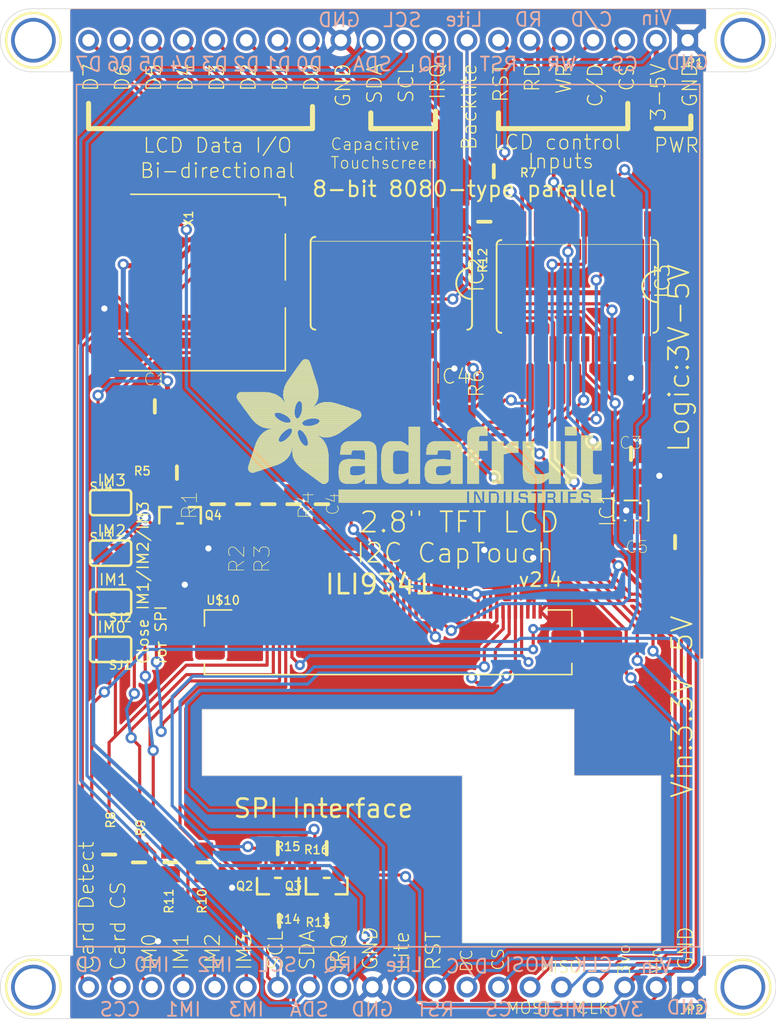
<source format=kicad_pcb>
(kicad_pcb (version 20221018) (generator pcbnew)
  (layers (0 "F.Cu" signal) (1 "In1.Cu" signal) (2 "In2.Cu" signal) (3 "In3.Cu" signal) (4 "In4.Cu" signal) (5 "In5.Cu" signal) (6 "In6.Cu" signal) (7 "In7.Cu" signal) (8 "In8.Cu" signal) (9 "In9.Cu" signal) (10 "In10.Cu" signal) (11 "In11.Cu" signal) (12 "In12.Cu" signal) (13 "In13.Cu" signal) (14 "In14.Cu" signal) (31 "B.Cu" signal) (34 "B.Paste" user) (35 "F.Paste" user) (36 "B.SilkS" user "B.Silkscreen") (37 "F.SilkS" user "F.Silkscreen") (38 "B.Mask" user) (39 "F.Mask" user) (44 "Edge.Cuts" user))
  (net 0 "")
  (net 1 "GND")
  (net 2 "LCD_RST")
  (net 3 "LCD_DATA7")
  (net 4 "LCD_DATA6")
  (net 5 "LCD_DATA5")
  (net 6 "LCD_DATA4")
  (net 7 "LCD_DATA3")
  (net 8 "LCD_DATA2")
  (net 9 "LCD_DATA1")
  (net 10 "LCD_DATA0")
  (net 11 "LCD_CS")
  (net 12 "LCD_WR")
  (net 13 "LCD_RD")
  (net 14 "LCD_RS")
  (net 15 "N$1")
  (net 16 "N$2")
  (net 17 "N$3")
  (net 18 "N$4")
  (net 19 "LCD_LITE")
  (net 20 "LCD_CS_5V")
  (net 21 "LCD_RS_5V")
  (net 22 "LCD_WR_5V")
  (net 23 "LCD_RD_5V")
  (net 24 "LCD_RST_5V")
  (net 25 "LCD_DATA0_5V")
  (net 26 "LCD_DATA1_5V")
  (net 27 "LCD_DATA2_5V")
  (net 28 "LCD_DATA3_5V")
  (net 29 "LCD_DATA4_5V")
  (net 30 "LCD_DATA5_5V")
  (net 31 "LCD_DATA6_5V")
  (net 32 "LCD_DATA7_5V")
  (net 33 "+5V")
  (net 34 "VCC")
  (net 35 "N$5")
  (net 36 "SDI_3V")
  (net 37 "SDO")
  (net 38 "SDI_5V")
  (net 39 "IM0")
  (net 40 "IM1")
  (net 41 "IM2")
  (net 42 "IM3")
  (net 43 "SD_CS_5V")
  (net 44 "SD_CS_3V")
  (net 45 "CARDDET")
  (net 46 "SCL_3V")
  (net 47 "SDA_3V")
  (net 48 "CTP_IRQ")
  (net 49 "SDA_5V")
  (net 50 "SCL_5V")
  (footprint "working:MOUNTINGHOLE_3.0_PLATEDTHIN" (layer "F.Cu") (at 177.0761 143.1036)
    (fp_text reference "U$15" hide)
    (fp_text value "MOUNTINGHOLE3.0THIN" hide)
  )
  (footprint "working:0805-NO" (layer "F.Cu") (at 130.9751 133.0706 -90)
    (fp_text reference "R11")
    (fp_text value "10K")
  )
  (footprint "working:0805-NO" (layer "F.Cu") (at 136.8171 104.2416 -90)
    (fp_text reference "R2")
    (fp_text value "10")
  )
  (footprint "working:1X20_ROUND" (layer "F.Cu") (at 148.5011 143.1036 180)
    (fp_text reference "JP2")
    (fp_text value "")
  )
  (footprint "working:SOLDERJUMPER_ARROW_NOPASTE" (layer "F.Cu") (at 126.1491 108.1786)
    (fp_text reference "SJ3")
    (fp_text value "")
  )
  (footprint "working:SOLDERJUMPER_ARROW_NOPASTE" (layer "F.Cu") (at 126.1491 112.1156 180)
    (fp_text reference "SJ2")
    (fp_text value "")
  )
  (footprint "working:SOT23-WIDE" (layer "F.Cu") (at 143.5481 134.9756 180)
    (fp_text reference "Q3")
    (fp_text value "BSS138")
  )
  (footprint "working:MOUNTINGHOLE_3.0_PLATEDTHIN" (layer "F.Cu") (at 119.9261 66.9036)
    (fp_text reference "U$16" hide)
    (fp_text value "MOUNTINGHOLE3.0THIN" hide)
  )
  (footprint "working:FIDUCIAL_1MM" (layer "F.Cu") (at 167.0431 122.7836)
    (fp_text reference "U$9" hide)
    (fp_text value "FIDUCIAL" hide)
  )
  (footprint "working:0805-NO" (layer "F.Cu") (at 134.7851 104.2416 -90)
    (fp_text reference "R1")
    (fp_text value "10")
  )
  (footprint "working:SOLDERJUMPER_ARROW_NOPASTE" (layer "F.Cu") (at 126.1491 104.1146)
    (fp_text reference "SJ4")
    (fp_text value "")
  )
  (footprint "working:0805-NO" (layer "F.Cu") (at 133.6421 133.0706 -90)
    (fp_text reference "R10")
    (fp_text value "10K")
  )
  (footprint "working:0805-NO" (layer "F.Cu") (at 143.5481 131.9276 180)
    (fp_text reference "R15")
    (fp_text value "10K")
  )
  (footprint "working:SOT23-WIDE" (layer "F.Cu") (at 139.6111 134.9756 180)
    (fp_text reference "Q2")
    (fp_text value "BSS138")
  )
  (footprint "working:0805-NO" (layer "F.Cu") (at 143.1671 104.2416 -90)
    (fp_text reference "C4")
    (fp_text value "10uF")
  )
  (footprint "working:MICROSD" (layer "F.Cu") (at 140.1191 79.3496 -90)
    (fp_text reference "X1")
    (fp_text value "microSD")
  )
  (footprint "working:SOT23-WIDE" (layer "F.Cu") (at 131.7371 105.1306)
    (fp_text reference "Q4")
    (fp_text value "BSS138")
  )
  (footprint "working:FIDUCIAL_1MM" (layer "F.Cu") (at 126.1491 76.5556)
    (fp_text reference "U$11" hide)
    (fp_text value "FIDUCIAL" hide)
  )
  (footprint "working:0805-NO" (layer "F.Cu") (at 168.0591 100.1776)
    (fp_text reference "C3")
    (fp_text value "10uF")
  )
  (footprint "working:0805-NO" (layer "F.Cu") (at 126.0221 132.4356 90)
    (fp_text reference "R8")
    (fp_text value "10K")
  )
  (footprint "working:0805-NO" (layer "F.Cu") (at 131.4831 101.7016 180)
    (fp_text reference "R5")
    (fp_text value "2.2K")
  )
  (footprint "working:0805-NO" (layer "F.Cu") (at 129.7051 96.3676 180)
    (fp_text reference "C1")
    (fp_text value "10uF")
  )
  (footprint "working:0805-NO" (layer "F.Cu") (at 156.2481 81.5086 -90)
    (fp_text reference "R12")
    (fp_text value "10K")
  )
  (footprint "working:0805-NO" (layer "F.Cu") (at 139.7381 137.7696)
    (fp_text reference "R13")
    (fp_text value "10K")
  )
  (footprint "working:0805-NO" (layer "F.Cu") (at 140.8811 104.2416 -90)
    (fp_text reference "R4")
    (fp_text value "10")
  )
  (footprint "working:0805-NO" (layer "F.Cu") (at 138.8491 104.2416 -90)
    (fp_text reference "R3")
    (fp_text value "10")
  )
  (footprint "working:FIDUCIAL_1MM" (layer "F.Cu") (at 132.4991 112.6236)
    (fp_text reference "U$23" hide)
    (fp_text value "FIDUCIAL" hide)
  )
  (footprint "working:ADAFRUIT_TEXT_30MM" (layer "F.Cu") (at 136.0551 104.1146)
    (fp_text reference "U$19" hide)
    (fp_text value "" hide)
  )
  (footprint "working:1X20_ROUND" (layer "F.Cu") (at 148.5011 66.9036 180)
    (fp_text reference "JP1")
    (fp_text value "")
  )
  (footprint "working:MOUNTINGHOLE_3.0_PLATEDTHIN" (layer "F.Cu") (at 119.9261 143.1036)
    (fp_text reference "U$7" hide)
    (fp_text value "MOUNTINGHOLE3.0THIN" hide)
  )
  (footprint "working:0805-NO" (layer "F.Cu") (at 139.6111 131.9276)
    (fp_text reference "R16")
    (fp_text value "10K")
  )
  (footprint "working:MOUNTINGHOLE_3.0_PLATEDTHIN" (layer "F.Cu") (at 177.0761 66.9036)
    (fp_text reference "U$17" hide)
    (fp_text value "MOUNTINGHOLE3.0THIN" hide)
  )
  (footprint "working:R0805" (layer "F.Cu") (at 156.8831 95.0976 90)
    (fp_text reference "R6")
    (fp_text value "10K")
  )
  (footprint "working:SO20W" (layer "F.Cu") (at 163.7411 86.7156 180)
    (fp_text reference "IC3")
    (fp_text value "74LVC245")
  )
  (footprint "working:SO20W" (layer "F.Cu") (at 148.7551 86.4616 180)
    (fp_text reference "IC2")
    (fp_text value "74LVC245")
  )
  (footprint "working:SOT23-5L" (layer "F.Cu") (at 168.0591 104.7496)
    (fp_text reference "IC1")
    (fp_text value "MIC5225-3.3")
  )
  (footprint "working:0805-NO" (layer "F.Cu") (at 171.6151 107.2896)
    (fp_text reference "C5")
    (fp_text value "10uF")
  )
  (footprint "working:0805-NO" (layer "F.Cu") (at 143.5481 137.7696 180)
    (fp_text reference "R14")
    (fp_text value "10K")
  )
  (footprint "working:0805-NO" (layer "F.Cu") (at 157.0101 77.4446)
    (fp_text reference "R7")
    (fp_text value "1K")
  )
  (footprint "working:SOLDERJUMPER_ARROW_NOPASTE" (layer "F.Cu") (at 126.1491 115.9256 180)
    (fp_text reference "SJ1")
    (fp_text value "")
  )
  (footprint "working:0805-NO" (layer "F.Cu") (at 128.4351 133.0706 90)
    (fp_text reference "R9")
    (fp_text value "10K")
  )
  (footprint "working:SOT23" (layer "F.Cu") (at 154.0891 95.8596)
    (fp_text reference "IC4")
    (fp_text value "APX803-SAG")
  )
  (footprint "working:TFT_2.83IN_240X320_50PIN" (layer "B.Cu") (at 148.5011 102.4636 180)
    (fp_text reference "U$10")
    (fp_text value "2.8\" CTP ILI9341")
  )
  (gr_line (start 124.3711 74.0156) (end 142.4051 74.0156) (stroke (width 0.4064)) (layer "F.SilkS"))
  (gr_line (start 124.3711 71.9836) (end 124.3711 74.0156) (stroke (width 0.4064)) (layer "F.SilkS"))
  (gr_line (start 147.1041 72.7456) (end 147.1041 74.0156) (stroke (width 0.4064)) (layer "F.SilkS"))
  (gr_line (start 142.4051 74.0156) (end 142.4051 72.2376) (stroke (width 0.4064)) (layer "F.SilkS"))
  (gr_line (start 172.8851 74.0156) (end 172.8851 72.9996) (stroke (width 0.4064)) (layer "F.SilkS"))
  (gr_line (start 167.8051 74.0156) (end 167.8051 71.9836) (stroke (width 0.4064)) (layer "F.SilkS"))
  (gr_line (start 157.3911 72.7456) (end 157.3911 74.0156) (stroke (width 0.4064)) (layer "F.SilkS"))
  (gr_line (start 152.3111 74.0156) (end 152.3111 72.6186) (stroke (width 0.4064)) (layer "F.SilkS"))
  (gr_line (start 157.3911 74.0156) (end 167.8051 74.0156) (stroke (width 0.4064)) (layer "F.SilkS"))
  (gr_line (start 147.1041 74.0156) (end 152.3111 74.0156) (stroke (width 0.4064)) (layer "F.SilkS"))
  (gr_line (start 170.0911 74.0156) (end 172.8851 74.0156) (stroke (width 0.4064)) (layer "F.SilkS"))
  (gr_line (start 163.4871 126.0856) (end 163.4871 120.7516) (stroke (width 0.05)) (layer "Edge.Cuts"))
  (gr_arc (start 177.2031 64.3636) (mid 178.999151 65.107549) (end 179.7431 66.9036) (stroke (width 0.05)) (layer "Edge.Cuts"))
  (gr_line (start 123.1011 69.4436) (end 123.1011 140.5636) (stroke (width 0.05)) (layer "Edge.Cuts"))
  (gr_line (start 154.4701 126.0856) (end 154.4701 139.5476) (stroke (width 0.05)) (layer "Edge.Cuts"))
  (gr_arc (start 117.2591 66.9036) (mid 118.003049 65.107549) (end 119.7991 64.3636) (stroke (width 0.05)) (layer "Edge.Cuts"))
  (gr_line (start 173.9011 69.4436) (end 177.2031 69.4436) (stroke (width 0.05)) (layer "Edge.Cuts"))
  (gr_arc (start 119.7991 145.6436) (mid 118.003049 144.899651) (end 117.2591 143.1036) (stroke (width 0.05)) (layer "Edge.Cuts"))
  (gr_line (start 119.7991 69.4436) (end 123.1011 69.4436) (stroke (width 0.05)) (layer "Edge.Cuts"))
  (gr_line (start 154.4701 139.5476) (end 170.4721 139.5476) (stroke (width 0.05)) (layer "Edge.Cuts"))
  (gr_arc (start 179.7431 143.1036) (mid 178.999151 144.899651) (end 177.2031 145.6436) (stroke (width 0.05)) (layer "Edge.Cuts"))
  (gr_line (start 119.7991 145.6436) (end 177.2031 145.6436) (stroke (width 0.05)) (layer "Edge.Cuts"))
  (gr_arc (start 177.2031 140.5636) (mid 178.999151 141.307549) (end 179.7431 143.1036) (stroke (width 0.05)) (layer "Edge.Cuts"))
  (gr_line (start 123.1011 140.5636) (end 119.7991 140.5636) (stroke (width 0.05)) (layer "Edge.Cuts"))
  (gr_line (start 133.5151 126.0856) (end 154.4701 126.0856) (stroke (width 0.05)) (layer "Edge.Cuts"))
  (gr_arc (start 119.7991 69.4436) (mid 118.003049 68.699651) (end 117.2591 66.9036) (stroke (width 0.05)) (layer "Edge.Cuts"))
  (gr_line (start 170.4721 126.0856) (end 163.4871 126.0856) (stroke (width 0.05)) (layer "Edge.Cuts"))
  (gr_arc (start 179.7431 66.9036) (mid 178.999151 68.699651) (end 177.2031 69.4436) (stroke (width 0.05)) (layer "Edge.Cuts"))
  (gr_line (start 163.4871 120.7516) (end 133.5151 120.7516) (stroke (width 0.05)) (layer "Edge.Cuts"))
  (gr_line (start 177.2031 64.3636) (end 119.7991 64.3636) (stroke (width 0.05)) (layer "Edge.Cuts"))
  (gr_line (start 173.9011 140.5636) (end 173.9011 69.4436) (stroke (width 0.05)) (layer "Edge.Cuts"))
  (gr_line (start 133.5151 120.7516) (end 133.5151 126.0856) (stroke (width 0.05)) (layer "Edge.Cuts"))
  (gr_line (start 170.4721 139.5476) (end 170.4721 126.0856) (stroke (width 0.05)) (layer "Edge.Cuts"))
  (gr_arc (start 117.2591 143.1036) (mid 118.003049 141.307549) (end 119.7991 140.5636) (stroke (width 0.05)) (layer "Edge.Cuts"))
  (gr_line (start 177.2031 140.5636) (end 173.9011 140.5636) (stroke (width 0.05)) (layer "Edge.Cuts"))
  (gr_text "D4" (at 131.9911 68.1736) (layer "B.SilkS") (effects (font (size 1.1176 1.1176) (thickness 0.1524)) (justify top mirror)))
  (gr_text "SDA" (at 147.2311 68.1736) (layer "B.SilkS") (effects (font (size 1.1176 1.1176) (thickness 0.1524)) (justify top mirror)))
  (gr_text "GND" (at 172.6311 68.0466) (layer "B.SilkS") (effects (font (size 1.1176 1.1176) (thickness 0.1524)) (justify top mirror)))
  (gr_text "GND" (at 144.5641 64.6176) (layer "B.SilkS") (effects (font (size 1.1176 1.1176) (thickness 0.1524)) (justify top mirror)))
  (gr_text "Lite" (at 149.7711 141.9606) (layer "B.SilkS") (effects (font (size 1.1176 1.1176) (thickness 0.1524)) (justify bottom mirror)))
  (gr_text "CCS" (at 126.9111 144.2466) (layer "B.SilkS") (effects (font (size 1.1176 1.1176) (thickness 0.1524)) (justify top mirror)))
  (gr_text "SDA" (at 142.1511 144.2466) (layer "B.SilkS") (effects (font (size 1.1176 1.1176) (thickness 0.1524)) (justify top mirror)))
  (gr_text "Vin" (at 170.0911 65.7606) (layer "B.SilkS") (effects (font (size 1.1176 1.1176) (thickness 0.1524)) (justify bottom mirror)))
  (gr_text "D3" (at 134.5311 68.1736) (layer "B.SilkS") (effects (font (size 1.1176 1.1176) (thickness 0.1524)) (justify top mirror)))
  (gr_text "RD" (at 159.8041 65.8876) (layer "B.SilkS") (effects (font (size 1.1176 1.1176) (thickness 0.1524)) (justify bottom mirror)))
  (gr_text "RST" (at 152.3111 144.2466) (layer "B.SilkS") (effects (font (size 1.1176 1.1176) (thickness 0.1524)) (justify top mirror)))
  (gr_text "CD" (at 124.3711 141.9606) (layer "B.SilkS") (effects (font (size 1.1176 1.1176) (thickness 0.1524)) (justify bottom mirror)))
  (gr_text "D/C" (at 154.8511 142.0876) (layer "B.SilkS") (effects (font (size 1.1176 1.1176) (thickness 0.1524)) (justify bottom mirror)))
  (gr_text "IM2" (at 134.5311 141.9606) (layer "B.SilkS") (effects (font (size 1.1176 1.1176) (thickness 0.1524)) (justify bottom mirror)))
  (gr_text "WR" (at 162.4711 68.1736) (layer "B.SilkS") (effects (font (size 1.1176 1.1176) (thickness 0.1524)) (justify top mirror)))
  (gr_text "IM3" (at 137.0711 144.2466) (layer "B.SilkS") (effects (font (size 1.1176 1.1176) (thickness 0.1524)) (justify top mirror)))
  (gr_text "GND" (at 147.2311 144.2466) (layer "B.SilkS") (effects (font (size 1.1176 1.1176) (thickness 0.1524)) (justify top mirror)))
  (gr_text "Vin" (at 170.0911 142.0876) (layer "B.SilkS") (effects (font (size 1.1176 1.1176) (thickness 0.1524)) (justify bottom mirror)))
  (gr_text "RST" (at 157.3911 68.1736) (layer "B.SilkS") (effects (font (size 1.1176 1.1176) (thickness 0.1524)) (justify top mirror)))
  (gr_text "IM0" (at 129.4511 141.9606) (layer "B.SilkS") (effects (font (size 1.1176 1.1176) (thickness 0.1524)) (justify bottom mirror)))
  (gr_text "C/D" (at 164.8841 65.8876) (layer "B.SilkS") (effects (font (size 1.1176 1.1176) (thickness 0.1524)) (justify bottom mirror)))
  (gr_text "D0" (at 142.1511 68.1736) (layer "B.SilkS") (effects (font (size 1.1176 1.1176) (thickness 0.1524)) (justify top mirror)))
  (gr_text "SCL" (at 149.6441 64.6176) (layer "B.SilkS") (effects (font (size 1.1176 1.1176) (thickness 0.1524)) (justify top mirror)))
  (gr_text "MOSI" (at 159.9311 141.9606) (layer "B.SilkS") (effects (font (size 1.1176 1.1176) (thickness 0.1524)) (justify bottom mirror)))
  (gr_text "Lite" (at 154.5971 65.8876) (layer "B.SilkS") (effects (font (size 1.1176 1.1176) (thickness 0.1524)) (justify bottom mirror)))
  (gr_text "CLK" (at 165.0111 141.9606) (layer "B.SilkS") (effects (font (size 1.1176 1.1176) (thickness 0.1524)) (justify bottom mirror)))
  (gr_text "D7" (at 124.3711 68.1736) (layer "B.SilkS") (effects (font (size 1.1176 1.1176) (thickness 0.1524)) (justify top mirror)))
  (gr_text "GND" (at 172.6311 145.3896) (layer "B.SilkS") (effects (font (size 1.1176 1.1176) (thickness 0.1524)) (justify bottom mirror)))
  (gr_text "D1" (at 139.6111 68.1736) (layer "B.SilkS") (effects (font (size 1.1176 1.1176) (thickness 0.1524)) (justify top mirror)))
  (gr_text "IRQ" (at 152.3111 68.1736) (layer "B.SilkS") (effects (font (size 1.1176 1.1176) (thickness 0.1524)) (justify top mirror)))
  (gr_text "3Vo" (at 167.5511 144.2466) (layer "B.SilkS") (effects (font (size 1.1176 1.1176) (thickness 0.1524)) (justify top mirror)))
  (gr_text "MISO" (at 162.4711 144.2466) (layer "B.SilkS") (effects (font (size 1.1176 1.1176) (thickness 0.1524)) (justify top mirror)))
  (gr_text "D2" (at 137.0711 68.1736) (layer "B.SilkS") (effects (font (size 1.1176 1.1176) (thickness 0.1524)) (justify top mirror)))
  (gr_text "D5" (at 129.4511 68.1736) (layer "B.SilkS") (effects (font (size 1.1176 1.1176) (thickness 0.1524)) (justify top mirror)))
  (gr_text "SCL" (at 139.6111 141.9606) (layer "B.SilkS") (effects (font (size 1.1176 1.1176) (thickness 0.1524)) (justify bottom mirror)))
  (gr_text "IM1" (at 131.9911 144.2466) (layer "B.SilkS") (effects (font (size 1.1176 1.1176) (thickness 0.1524)) (justify top mirror)))
  (gr_text "D6" (at 126.9111 68.1736) (layer "B.SilkS") (effects (font (size 1.1176 1.1176) (thickness 0.1524)) (justify top mirror)))
  (gr_text "IRQ" (at 144.6911 141.9606) (layer "B.SilkS") (effects (font (size 1.1176 1.1176) (thickness 0.1524)) (justify bottom mirror)))
  (gr_text "CS" (at 157.3911 144.2466) (layer "B.SilkS") (effects (font (size 1.1176 1.1176) (thickness 0.1524)) (justify top mirror)))
  (gr_text "CS" (at 167.5511 68.1736) (layer "B.SilkS") (effects (font (size 1.1176 1.1176) (thickness 0.1524)) (justify top mirror)))
  (gr_text "Capacitive\nTouchscreen" (at 143.8021 77.3176) (layer "F.SilkS") (effects (font (size 0.93472 0.93472) (thickness 0.08128)) (justify left bottom)))
  (gr_text "MISO" (at 164.1221 140.9446) (layer "F.SilkS") (effects (font (size 0.93472 0.93472) (thickness 0.08128)) (justify right top)))
  (gr_text "Lite" (at 150.2791 141.8336 90) (layer "F.SilkS") (effects (font (size 1.1684 1.1684) (thickness 0.1016)) (justify left bottom)))
  (gr_text "GND" (at 147.7391 141.8336 90) (layer "F.SilkS") (effects (font (size 1.1684 1.1684) (thickness 0.1016)) (justify left bottom)))
  (gr_text "IRQ" (at 151.8031 68.6816 90) (layer "F.SilkS") (effects (font (size 1.1684 1.1684) (thickness 0.1016)) (justify right top)))
  (gr_text "Card Detect" (at 124.8791 141.8336 90) (layer "F.SilkS") (effects (font (size 1.1684 1.1684) (thickness 0.1016)) (justify left bottom)))
  (gr_text "MOSI" (at 161.4551 144.2466) (layer "F.SilkS") (effects (font (size 0.93472 0.93472) (thickness 0.08128)) (justify right top)))
  (gr_text "D1" (at 139.1031 68.6816 90) (layer "F.SilkS") (effects (font (size 1.1684 1.1684) (thickness 0.1016)) (justify right top)))
  (gr_text "IM0" (at 125.0061 114.6556) (layer "F.SilkS") (effects (font (size 0.89408 0.89408) (thickness 0.12192)) (justify left bottom)))
  (gr_text "IM0" (at 129.9591 141.8336 90) (layer "F.SilkS") (effects (font (size 1.1684 1.1684) (thickness 0.1016)) (justify left bottom)))
  (gr_text "Inputs" (at 159.6771 77.3176) (layer "F.SilkS") (effects (font (size 1.1684 1.1684) (thickness 0.1016)) (justify left bottom)))
  (gr_text "RST" (at 152.8191 141.8336 90) (layer "F.SilkS") (effects (font (size 1.1684 1.1684) (thickness 0.1016)) (justify left bottom)))
  (gr_text "GND" (at 144.1831 68.6816 90) (layer "F.SilkS") (effects (font (size 1.1684 1.1684) (thickness 0.1016)) (justify right top)))
  (gr_text "CS" (at 157.8991 141.8336 90) (layer "F.SilkS") (effects (font (size 0.93472 0.93472) (thickness 0.08128)) (justify left bottom)))
  (gr_text "D2" (at 136.5631 68.6816 90) (layer "F.SilkS") (effects (font (size 1.1684 1.1684) (thickness 0.1016)) (justify right top)))
  (gr_text "C/D" (at 164.5031 68.6816 90) (layer "F.SilkS") (effects (font (size 1.1684 1.1684) (thickness 0.1016)) (justify right top)))
  (gr_text "IM2" (at 125.0061 106.9086) (layer "F.SilkS") (effects (font (size 0.89408 0.89408) (thickness 0.12192)) (justify left bottom)))
  (gr_text "Backlite" (at 154.3431 68.6816 90) (layer "F.SilkS") (effects (font (size 1.1684 1.1684) (thickness 0.1016)) (justify right top)))
  (gr_text "IM1" (at 132.4991 141.8336 90) (layer "F.SilkS") (effects (font (size 1.1684 1.1684) (thickness 0.1016)) (justify left bottom)))
  (gr_text "PWR" (at 169.8371 76.0476) (layer "F.SilkS") (effects (font (size 1.1684 1.1684) (thickness 0.1016)) (justify left bottom)))
  (gr_text "D3" (at 134.0231 68.6816 90) (layer "F.SilkS") (effects (font (size 1.1684 1.1684) (thickness 0.1016)) (justify right top)))
  (gr_text "3Vo" (at 168.0591 142.2146 90) (layer "F.SilkS") (effects (font (size 0.93472 0.93472) (thickness 0.08128)) (justify left bottom)))
  (gr_text "I2C CapTouch" (at 145.8341 109.0676) (layer "F.SilkS") (effects (font (size 1.542288 1.542288) (thickness 0.134112)) (justify left bottom)))
  (gr_text "GND" (at 172.1231 68.6816 90) (layer "F.SilkS") (effects (font (size 1.1684 1.1684) (thickness 0.1016)) (justify right top)))
  (gr_text "CLK" (at 166.4081 144.2466) (layer "F.SilkS") (effects (font (size 0.93472 0.93472) (thickness 0.08128)) (justify right top)))
  (gr_text "SDA" (at 146.7231 68.6816 90) (layer "F.SilkS") (effects (font (size 1.1684 1.1684) (thickness 0.1016)) (justify right top)))
  (gr_text "RST" (at 156.8831 68.6816 90) (layer "F.SilkS") (effects (font (size 1.1684 1.1684) (thickness 0.1016)) (justify right top)))
  (gr_text "D0" (at 141.6431 68.6816 90) (layer "F.SilkS") (effects (font (size 1.1684 1.1684) (thickness 0.1016)) (justify right top)))
  (gr_text "Bi-directional" (at 128.4351 78.0796) (layer "F.SilkS") (effects (font (size 1.1684 1.1684) (thickness 0.1016)) (justify left bottom)))
  (gr_text "D5" (at 128.9431 68.6816 90) (layer "F.SilkS") (effects (font (size 1.1684 1.1684) (thickness 0.1016)) (justify right top)))
  (gr_text "Close IM1/IM2/IM3\nfor SPI" (at 130.7211 117.1956 90) (layer "F.SilkS") (effects (font (size 0.89408 0.89408) (thickness 0.12192)) (justify left bottom)))
  (gr_text "D4" (at 131.4831 68.6816 90) (layer "F.SilkS") (effects (font (size 1.1684 1.1684) (thickness 0.1016)) (justify right top)))
  (gr_text "LCD Data I/O" (at 128.6891 76.0476) (layer "F.SilkS") (effects (font (size 1.1684 1.1684) (thickness 0.1016)) (justify left bottom)))
  (gr_text "DC" (at 155.3591 141.9606 90) (layer "F.SilkS") (effects (font (size 0.93472 0.93472) (thickness 0.08128)) (justify left bottom)))
  (gr_text "SPI Interface" (at 143.2941 127.8636) (layer "F.SilkS") (effects (font (size 1.475232 1.475232) (thickness 0.201168)) (justify top)))
  (gr_text "SDA" (at 142.6591 141.8336 90) (layer "F.SilkS") (effects (font (size 1.1684 1.1684) (thickness 0.1016)) (justify left bottom)))
  (gr_text "D7" (at 123.8631 68.6816 90) (layer "F.SilkS") (effects (font (size 1.1684 1.1684) (thickness 0.1016)) (justify right top)))
  (gr_text "IM1" (at 125.1331 110.8456) (layer "F.SilkS") (effects (font (size 0.89408 0.89408) (thickness 0.12192)) (justify left bottom)))
  (gr_text "D6" (at 126.4031 68.6816 90) (layer "F.SilkS") (effects (font (size 1.1684 1.1684) (thickness 0.1016)) (justify right top)))
  (gr_text "CS" (at 167.0431 68.6816 90) (layer "F.SilkS") (effects (font (size 1.1684 1.1684) (thickness 0.1016)) (justify right top)))
  (gr_text "IM2" (at 135.0391 141.8336 90) (layer "F.SilkS") (effects (font (size 1.1684 1.1684) (thickness 0.1016)) (justify left bottom)))
  (gr_text "2.8\" TFT LCD" (at 146.0881 106.6546) (layer "F.SilkS") (effects (font (size 1.63576 1.63576) (thickness 0.14224)) (justify left bottom)))
  (gr_text "IM3" (at 125.0061 102.8446) (layer "F.SilkS") (effects (font (size 0.89408 0.89408) (thickness 0.12192)) (justify left bottom)))
  (gr_text "Vin:3.3V-5V" (at 173.1391 127.9906 90) (layer "F.SilkS") (effects (font (size 1.63576 1.63576) (thickness 0.14224)) (justify left bottom)))
  (gr_text "LCD control" (at 156.8831 75.7936) (layer "F.SilkS") (effects (font (size 1.1684 1.1684) (thickness 0.1016)) (justify left bottom)))
  (gr_text "IRQ" (at 145.1991 141.8336 90) (layer "F.SilkS") (effects (font (size 1.1684 1.1684) (thickness 0.1016)) (justify left bottom)))
  (gr_text "3-5V" (at 169.5831 68.6816 90) (layer "F.SilkS") (effects (font (size 1.1684 1.1684) (thickness 0.1016)) (justify right top)))
  (gr_text "Vin" (at 170.5991 142.0876 90) (layer "F.SilkS") (effects (font (size 0.93472 0.93472) (thickness 0.08128)) (justify left bottom)))
  (gr_text "SCL" (at 140.1191 141.8336 90) (layer "F.SilkS") (effects (font (size 1.1684 1.1684) (thickness 0.1016)) (justify left bottom)))
  (gr_text "RD" (at 159.4231 68.6816 90) (layer "F.SilkS") (effects (font (size 1.1684 1.1684) (thickness 0.1016)) (justify right top)))
  (gr_text "v2.4" (at 158.9151 110.9726) (layer "F.SilkS") (effects (font (size 1.1176 1.1176) (thickness 0.1524)) (justify left bottom)))
  (gr_text "ILI9341" (at 143.2941 111.6076) (layer "F.SilkS") (effects (font (size 1.56464 1.56464) (thickness 0.21336)) (justify left bottom)))
  (gr_text "Logic:3V-5V" (at 172.8851 100.1776 90) (layer "F.SilkS") (effects (font (size 1.63576 1.63576) (thickness 0.14224)) (justify left bottom)))
  (gr_text "Card CS" (at 127.4191 141.8336 90) (layer "F.SilkS") (effects (font (size 1.1684 1.1684) (thickness 0.1016)) (justify left bottom)))
  (gr_text "8-bit 8080-type parallel" (at 142.2781 79.6036) (layer "F.SilkS") (effects (font (size 1.251712 1.251712) (thickness 0.170688)) (justify left bottom)))
  (gr_text "IM3" (at 137.5791 141.8336 90) (layer "F.SilkS") (effects (font (size 1.1684 1.1684) (thickness 0.1016)) (justify left bottom)))
  (gr_text "WR" (at 161.9631 68.6816 90) (layer "F.SilkS") (effects (font (size 1.1684 1.1684) (thickness 0.1016)) (justify right top)))
  (gr_text "GND" (at 173.1391 141.8336 90) (layer "F.SilkS") (effects (font (size 1.1684 1.1684) (thickness 0.1016)) (justify left bottom)))
  (gr_text "SCL" (at 149.2631 68.6816 90) (layer "F.SilkS") (effects (font (size 1.1684 1.1684) (thickness 0.1016)) (justify right top)))
  (segment (start 160.2511 111.9276) (end 160.2511 112.8536) (width 0.254) (layer "F.Cu") (net 1))
  (segment (start 157.2511 110.4516) (end 157.0101 110.2106) (width 0.254) (layer "F.Cu") (net 1))
  (segment (start 157.2511 112.8536) (end 157.2511 110.4516) (width 0.254) (layer "F.Cu") (net 1))
  (segment (start 159.7511 111.8616) (end 160.1851 111.8616) (width 0.254) (layer "F.Cu") (net 1))
  (segment (start 159.7511 112.8536) (end 159.7511 111.8616) (width 0.254) (layer "F.Cu") (net 1))
  (segment (start 159.7511 112.8536) (end 159.8041 112.2186) (width 0.254) (layer "F.Cu") (net 1))
  (segment (start 157.2511 113.6526) (end 156.5021 114.4016) (width 0.254) (layer "F.Cu") (net 1))
  (segment (start 157.2511 112.8536) (end 157.2511 113.6526) (width 0.254) (layer "F.Cu") (net 1))
  (segment (start 159.8041 112.2186) (end 160.1851 111.6076) (width 0.254) (layer "F.Cu") (net 1))
  (segment (start 160.1851 111.8616) (end 160.2511 111.9276) (width 0.254) (layer "F.Cu") (net 1))
  (via (at 132.1181 110.7186) (size 0.9064) (drill 0.5) (layers "F.Cu" "B.Cu") (net 1))
  (via (at 156.2481 107.9246) (size 0.9064) (drill 0.5) (layers "F.Cu" "B.Cu") (net 1))
  (via (at 167.6781 104.7496) (size 0.9064) (drill 0.5) (layers "F.Cu" "B.Cu") (net 1))
  (via (at 160.1851 108.5596) (size 0.9064) (drill 0.5) (layers "F.Cu" "B.Cu") (net 1))
  (via (at 135.9281 135.1026) (size 0.9064) (drill 0.5) (layers "F.Cu" "B.Cu") (net 1))
  (via (at 125.6411 88.4936) (size 0.9064) (drill 0.5) (layers "F.Cu" "B.Cu") (net 1))
  (via (at 170.3451 101.9556) (size 0.9064) (drill 0.5) (layers "F.Cu" "B.Cu") (net 1))
  (via (at 134.0231 107.7976) (size 0.9064) (drill 0.5) (layers "F.Cu" "B.Cu") (net 1))
  (via (at 168.0591 94.0816) (size 0.9064) (drill 0.5) (layers "F.Cu" "B.Cu") (net 1))
  (via (at 153.8351 93.3196) (size 0.9064) (drill 0.5) (layers "F.Cu" "B.Cu") (net 1))
  (via (at 129.9591 139.4206) (size 0.9064) (drill 0.5) (layers "F.Cu" "B.Cu") (net 1))
  (segment (start 142.9131 89.2556) (end 155.5369 89.2556) (width 0.254) (layer "F.Cu") (net 2))
  (segment (start 159.2511 112.8536) (end 159.2511 116.3886) (width 0.254) (layer "F.Cu") (net 2))
  (segment (start 147.2311 101.4476) (end 141.6431 95.8596) (width 0.254) (layer "F.Cu") (net 2))
  (segment (start 140.7511 116.5576) (end 140.7511 112.8536) (width 0.254) (layer "F.Cu") (net 2))
  (segment (start 159.2511 116.3886) (end 159.8041 116.9416) (width 0.254) (layer "F.Cu") (net 2))
  (segment (start 141.3891 117.1956) (end 140.7511 116.5576) (width 0.254) (layer "F.Cu") (net 2))
  (segment (start 155.5369 89.2556) (end 158.0261 91.7448) (width 0.254) (layer "F.Cu") (net 2))
  (segment (start 141.6431 95.8596) (end 141.6431 90.5256) (width 0.254) (layer "F.Cu") (net 2))
  (segment (start 140.7511 108.3056) (end 147.2311 108.3056) (width 0.254) (layer "F.Cu") (net 2))
  (segment (start 140.7511 112.8536) (end 140.7511 108.3056) (width 0.254) (layer "F.Cu") (net 2))
  (segment (start 147.2311 108.3056) (end 147.2311 101.4476) (width 0.254) (layer "F.Cu") (net 2))
  (segment (start 141.6431 90.5256) (end 142.9131 89.2556) (width 0.254) (layer "F.Cu") (net 2))
  (via (at 159.8041 116.9416) (size 0.8001) (drill 0.3937) (layers "F.Cu" "B.Cu") (net 2))
  (via (at 141.3891 117.1956) (size 0.8001) (drill 0.3937) (layers "F.Cu" "B.Cu") (net 2))
  (segment (start 159.2961 116.4336) (end 142.1511 116.4336) (width 0.254) (layer "B.Cu") (net 2))
  (segment (start 142.1511 116.4336) (end 141.3891 117.1956) (width 0.254) (layer "B.Cu") (net 2))
  (segment (start 159.8041 116.9416) (end 159.2961 116.4336) (width 0.254) (layer "B.Cu") (net 2))
  (segment (start 148.2511 100.9436) (end 143.0401 95.7326) (width 0.254) (layer "F.Cu") (net 3))
  (segment (start 143.0401 95.7326) (end 143.0401 91.4908) (width 0.254) (layer "F.Cu") (net 3))
  (segment (start 148.2511 112.8536) (end 148.2511 100.9436) (width 0.254) (layer "F.Cu") (net 3))
  (segment (start 148.7511 112.8536) (end 148.7511 100.6816) (width 0.254) (layer "F.Cu") (net 4))
  (segment (start 148.7511 100.6816) (end 144.4371 96.3676) (width 0.254) (layer "F.Cu") (net 4))
  (segment (start 144.4371 96.3676) (end 144.4371 91.6178) (width 0.254) (layer "F.Cu") (net 4))
  (segment (start 144.4371 91.6178) (end 144.3101 91.4908) (width 0.254) (layer "F.Cu") (net 4))
  (segment (start 149.2511 100.1656) (end 145.4531 96.3676) (width 0.254) (layer "F.Cu") (net 5))
  (segment (start 145.4531 96.3676) (end 145.4531 91.6178) (width 0.254) (layer "F.Cu") (net 5))
  (segment (start 149.2511 112.8536) (end 149.2511 100.1656) (width 0.254) (layer "F.Cu") (net 5))
  (segment (start 145.4531 91.6178) (end 145.5801 91.4908) (width 0.254) (layer "F.Cu") (net 5))
  (segment (start 149.7511 99.6496) (end 146.7231 96.6216) (width 0.254) (layer "F.Cu") (net 6))
  (segment (start 146.7231 91.6178) (end 146.8501 91.4908) (width 0.254) (layer "F.Cu") (net 6))
  (segment (start 146.7231 96.6216) (end 146.7231 91.6178) (width 0.254) (layer "F.Cu") (net 6))
  (segment (start 149.7511 112.8536) (end 149.7511 99.6496) (width 0.254) (layer "F.Cu") (net 6))
  (segment (start 148.2471 91.6178) (end 148.1201 91.4908) (width 0.254) (layer "F.Cu") (net 7))
  (segment (start 150.2511 112.8536) (end 150.2511 98.3716) (width 0.254) (layer "F.Cu") (net 7))
  (segment (start 150.2511 98.3716) (end 148.2471 96.3676) (width 0.254) (layer "F.Cu") (net 7))
  (segment (start 148.2471 96.3676) (end 148.2471 91.6178) (width 0.254) (layer "F.Cu") (net 7))
  (segment (start 149.5171 91.6178) (end 149.3901 91.4908) (width 0.254) (layer "F.Cu") (net 8))
  (segment (start 150.7511 97.8556) (end 149.5171 96.6216) (width 0.254) (layer "F.Cu") (net 8))
  (segment (start 150.7511 112.8536) (end 150.7511 97.8556) (width 0.254) (layer "F.Cu") (net 8))
  (segment (start 149.5171 96.6216) (end 149.5171 91.6178) (width 0.254) (layer "F.Cu") (net 8))
  (segment (start 150.5331 91.6178) (end 150.6601 91.4908) (width 0.254) (layer "F.Cu") (net 9))
  (segment (start 150.5331 96.6216) (end 150.5331 91.6178) (width 0.254) (layer "F.Cu") (net 9))
  (segment (start 151.2511 97.3396) (end 150.5331 96.6216) (width 0.254) (layer "F.Cu") (net 9))
  (segment (start 151.2511 112.8536) (end 151.2511 97.3396) (width 0.254) (layer "F.Cu") (net 9))
  (segment (start 151.7511 112.8536) (end 151.7511 91.6698) (width 0.254) (layer "F.Cu") (net 10))
  (segment (start 151.7511 91.6698) (end 151.9301 91.4908) (width 0.254) (layer "F.Cu") (net 10))
  (segment (start 154.7511 101.5476) (end 156.8831 99.4156) (width 0.254) (layer "F.Cu") (net 11))
  (segment (start 163.1061 96.2406) (end 163.1061 91.7448) (width 0.254) (layer "F.Cu") (net 11))
  (segment (start 156.8831 99.4156) (end 159.9311 99.4156) (width 0.254) (layer "F.Cu") (net 11))
  (segment (start 154.7511 112.8536) (end 154.7511 101.5476) (width 0.254) (layer "F.Cu") (net 11))
  (segment (start 159.9311 99.4156) (end 163.1061 96.2406) (width 0.254) (layer "F.Cu") (net 11))
  (segment (start 163.2331 91.8718) (end 163.1061 91.7448) (width 0.254) (layer "F.Cu") (net 11))
  (segment (start 160.6931 91.8718) (end 160.5661 91.7448) (width 0.254) (layer "F.Cu") (net 12))
  (segment (start 153.7511 112.8536) (end 153.7511 101.0236) (width 0.254) (layer "F.Cu") (net 12))
  (segment (start 153.7511 101.0236) (end 156.6291 98.1456) (width 0.254) (layer "F.Cu") (net 12))
  (segment (start 159.1691 98.1456) (end 160.5661 96.7486) (width 0.254) (layer "F.Cu") (net 12))
  (segment (start 156.6291 98.1456) (end 159.1691 98.1456) (width 0.254) (layer "F.Cu") (net 12))
  (segment (start 160.5661 96.7486) (end 160.5661 91.7448) (width 0.254) (layer "F.Cu") (net 12))
  (segment (start 158.6611 97.6376) (end 159.2961 97.0026) (width 0.254) (layer "F.Cu") (net 13))
  (segment (start 156.3751 97.6376) (end 158.6611 97.6376) (width 0.254) (layer "F.Cu") (net 13))
  (segment (start 159.2961 97.0026) (end 159.2961 91.7448) (width 0.254) (layer "F.Cu") (net 13))
  (segment (start 153.2511 100.7616) (end 156.3751 97.6376) (width 0.254) (layer "F.Cu") (net 13))
  (segment (start 153.2511 112.8536) (end 153.2511 100.7616) (width 0.254) (layer "F.Cu") (net 13))
  (segment (start 159.1691 91.8718) (end 159.2961 91.7448) (width 0.254) (layer "F.Cu") (net 13))
  (segment (start 125.7681 86.5886) (end 128.3081 89.1286) (width 0.254) (layer "F.Cu") (net 14))
  (segment (start 128.3081 89.1286) (end 132.6261 89.1286) (width 0.254) (layer "F.Cu") (net 14))
  (segment (start 156.8831 98.6536) (end 159.6771 98.6536) (width 0.254) (layer "F.Cu") (net 14))
  (segment (start 157.7721 89.2556) (end 161.4551 89.2556) (width 0.254) (layer "F.Cu") (net 14))
  (segment (start 127.9551 83.9496) (end 127.6731 83.6676) (width 0.254) (layer "F.Cu") (net 14))
  (segment (start 136.3091 85.4456) (end 153.9621 85.4456) (width 0.254) (layer "F.Cu") (net 14))
  (segment (start 132.6261 89.1286) (end 136.3091 85.4456) (width 0.254) (layer "F.Cu") (net 14))
  (segment (start 154.2511 101.2856) (end 156.8831 98.6536) (width 0.254) (layer "F.Cu") (net 14))
  (segment (start 125.7681 84.6836) (end 125.7681 86.5886) (width 0.254) (layer "F.Cu") (net 14))
  (segment (start 153.9621 85.4456) (end 157.7721 89.2556) (width 0.254) (layer "F.Cu") (net 14))
  (segment (start 161.8361 89.6366) (end 161.8361 91.7448) (width 0.254) (layer "F.Cu") (net 14))
  (segment (start 161.4551 89.2556) (end 161.8361 89.6366) (width 0.254) (layer "F.Cu") (net 14))
  (segment (start 154.2511 112.8536) (end 154.2511 101.2856) (width 0.254) (layer "F.Cu") (net 14))
  (segment (start 126.7841 83.6676) (end 125.7681 84.6836) (width 0.254) (layer "F.Cu") (net 14))
  (segment (start 129.4791 83.9496) (end 127.9551 83.9496) (width 0.254) (layer "F.Cu") (net 14))
  (segment (start 161.7091 91.8718) (end 161.8361 91.7448) (width 0.254) (layer "F.Cu") (net 14))
  (segment (start 159.6771 98.6536) (end 161.8361 96.4946) (width 0.254) (layer "F.Cu") (net 14))
  (segment (start 161.8361 96.4946) (end 161.8361 91.7448) (width 0.254) (layer "F.Cu") (net 14))
  (segment (start 127.6731 83.6676) (end 126.7841 83.6676) (width 0.254) (layer "F.Cu") (net 14))
  (segment (start 138.2141 107.2896) (end 139.5451 106.5276) (width 0.254) (layer "F.Cu") (net 15))
  (segment (start 138.2511 112.8536) (end 138.2511 110.1736) (width 0.254) (layer "F.Cu") (net 15))
  (segment (start 138.2511 110.1736) (end 138.2141 107.2896) (width 0.254) (layer "F.Cu") (net 15))
  (segment (start 139.5451 106.5276) (end 140.8811 105.1916) (width 0.254) (layer "F.Cu") (net 15))
  (segment (start 135.0391 105.4456) (end 134.7851 105.1916) (width 0.254) (layer "F.Cu") (net 16))
  (segment (start 136.7511 112.8536) (end 136.7511 108.2396) (width 0.254) (layer "F.Cu") (net 16))
  (segment (start 136.7511 108.2396) (end 135.0391 106.5276) (width 0.254) (layer "F.Cu") (net 16))
  (segment (start 135.0391 106.5276) (end 135.0391 105.4456) (width 0.254) (layer "F.Cu") (net 16))
  (segment (start 137.2511 105.6256) (end 136.8171 105.1916) (width 0.254) (layer "F.Cu") (net 17))
  (segment (start 137.2511 112.8536) (end 137.2511 105.6256) (width 0.254) (layer "F.Cu") (net 17))
  (segment (start 137.7511 112.8536) (end 137.7511 106.2896) (width 0.254) (layer "F.Cu") (net 18))
  (segment (start 137.7511 106.2896) (end 138.8491 105.1916) (width 0.254) (layer "F.Cu") (net 18))
  (segment (start 156.0601 77.4446) (end 154.8511 76.2356) (width 0.254) (layer "F.Cu") (net 19))
  (segment (start 146.5961 139.0396) (end 146.5961 139.9286) (width 0.254) (layer "F.Cu") (net 19))
  (segment (start 126.9111 95.0976) (end 129.8321 92.0496) (width 0.254) (layer "F.Cu") (net 19))
  (segment (start 130.7871 101.9556) (end 130.7871 106.1306) (width 0.254) (layer "F.Cu") (net 19))
  (segment (start 130.5331 101.7016) (end 130.7871 101.9556) (width 0.254) (layer "F.Cu") (net 19))
  (segment (start 138.4681 92.0496) (end 142.9131 87.7316) (width 0.254) (layer "F.Cu") (net 19))
  (segment (start 154.8511 76.2356) (end 154.8511 66.9036) (width 0.254) (layer "F.Cu") (net 19))
  (segment (start 129.8321 92.0496) (end 138.4681 92.0496) (width 0.254) (layer "F.Cu") (net 19))
  (segment (start 142.9131 87.7316) (end 153.7081 87.7316) (width 0.254) (layer "F.Cu") (net 19))
  (segment (start 126.9111 99.6036) (end 129.0091 101.7016) (width 0.254) (layer "F.Cu") (net 19))
  (segment (start 129.0091 101.7016) (end 130.5331 101.7016) (width 0.254) (layer "F.Cu") (net 19))
  (segment (start 129.7501 106.1306) (end 130.7871 106.1306) (width 0.254) (layer "F.Cu") (net 19))
  (segment (start 146.5961 139.9286) (end 149.7711 143.1036) (width 0.254) (layer "F.Cu") (net 19))
  (segment (start 126.9111 99.6036) (end 126.9111 95.0976) (width 0.254) (layer "F.Cu") (net 19))
  (segment (start 128.9431 105.3236) (end 129.7501 106.1306) (width 0.254) (layer "F.Cu") (net 19))
  (via (at 153.7081 87.7316) (size 0.9064) (drill 0.5) (layers "F.Cu" "B.Cu") (net 19))
  (via (at 146.5961 139.0396) (size 0.9064) (drill 0.5) (layers "F.Cu" "B.Cu") (net 19))
  (via (at 128.9431 105.3236) (size 0.9064) (drill 0.5) (layers "F.Cu" "B.Cu") (net 19))
  (segment (start 134.9121 133.3246) (end 143.8021 133.3246) (width 0.254) (layer "B.Cu") (net 19))
  (segment (start 154.8511 86.5886) (end 154.8511 66.9036) (width 0.254) (layer "B.Cu") (net 19))
  (segment (start 129.5781 127.9906) (end 124.7521 123.5456) (width 0.3048) (layer "B.Cu") (net 19))
  (segment (start 124.7521 109.1336) (end 127.5461 106.7206) (width 0.3048) (layer "B.Cu") (net 19))
  (segment (start 153.7081 87.7316) (end 154.8511 86.5886) (width 0.254) (layer "B.Cu") (net 19))
  (segment (start 146.3421 138.7856) (end 146.5961 139.0396) (width 0.254) (layer "B.Cu") (net 19))
  (segment (start 128.9431 105.3236) (end 127.5461 106.7206) (width 0.254) (layer "B.Cu") (net 19))
  (segment (start 124.7521 123.5456) (end 124.7521 109.1336) (width 0.3048) (layer "B.Cu") (net 19))
  (segment (start 143.8021 133.3246) (end 146.3421 135.8646) (width 0.254) (layer "B.Cu") (net 19))
  (segment (start 146.3421 135.8646) (end 146.3421 138.7856) (width 0.254) (layer "B.Cu") (net 19))
  (segment (start 129.5781 127.9906) (end 134.9121 133.3246) (width 0.254) (layer "B.Cu") (net 19))
  (segment (start 164.3761 84.8106) (end 164.3761 81.6864) (width 0.254) (layer "F.Cu") (net 20))
  (segment (start 169.8371 114.7826) (end 169.8371 116.0526) (width 0.254) (layer "F.Cu") (net 20))
  (segment (start 161.7091 84.9376) (end 164.2491 84.9376) (width 0.254) (layer "F.Cu") (net 20))
  (segment (start 163.4871 108.4326) (end 163.4871 102.4636) (width 0.254) (layer "F.Cu") (net 20))
  (segment (start 169.8371 114.7826) (end 163.4871 108.4326) (width 0.254) (layer "F.Cu") (net 20))
  (segment (start 164.2491 84.9376) (end 164.3761 84.8106) (width 0.254) (layer "F.Cu") (net 20))
  (segment (start 164.3761 70.0786) (end 164.3761 81.6864) (width 0.3048) (layer "F.Cu") (net 20))
  (segment (start 167.5511 66.9036) (end 164.3761 70.0786) (width 0.3048) (layer "F.Cu") (net 20))
  (via (at 163.4871 102.4636) (size 0.9064) (drill 0.5) (layers "F.Cu" "B.Cu") (net 20))
  (via (at 169.8371 116.0526) (size 0.9064) (drill 0.5) (layers "F.Cu" "B.Cu") (net 20))
  (via (at 161.7091 84.9376) (size 0.9064) (drill 0.5) (layers "F.Cu" "B.Cu") (net 20))
  (segment (start 172.8851 119.1006) (end 172.8851 141.0716) (width 0.254) (layer "B.Cu") (net 20))
  (segment (start 169.8371 116.0526) (end 172.8851 119.1006) (width 0.254) (layer "B.Cu") (net 20))
  (segment (start 159.1691 141.3256) (end 157.3911 143.1036) (width 0.254) (layer "B.Cu") (net 20))
  (segment (start 172.8851 141.0716) (end 172.6311 141.3256) (width 0.254) (layer "B.Cu") (net 20))
  (segment (start 163.4871 102.4636) (end 161.7091 100.6856) (width 0.254) (layer "B.Cu") (net 20))
  (segment (start 161.7091 100.6856) (end 161.7091 84.9376) (width 0.254) (layer "B.Cu") (net 20))
  (segment (start 172.6311 141.3256) (end 159.1691 141.3256) (width 0.254) (layer "B.Cu") (net 20))
  (segment (start 168.0591 111.4806) (end 165.0111 108.4326) (width 0.254) (layer "F.Cu") (net 21))
  (segment (start 167.9321 141.8336) (end 166.2811 141.8336) (width 0.254) (layer "F.Cu") (net 21))
  (segment (start 168.5671 141.1986) (end 167.9321 141.8336) (width 0.254) (layer "F.Cu") (net 21))
  (segment (start 163.1061 68.8086) (end 163.1061 81.6864) (width 0.3048) (layer "F.Cu") (net 21))
  (segment (start 162.9791 83.9216) (end 163.1061 83.5406) (width 0.254) (layer "F.Cu") (net 21))
  (segment (start 168.6941 111.4806) (end 172.1231 114.9096) (width 0.254) (layer "F.Cu") (net 21))
  (segment (start 170.9801 140.4366) (end 170.2181 141.1986) (width 0.254) (layer "F.Cu") (net 21))
  (segment (start 168.0591 111.4806) (end 168.6941 111.4806) (width 0.254) (layer "F.Cu") (net 21))
  (segment (start 170.2181 141.1986) (end 168.5671 141.1986) (width 0.254) (layer "F.Cu") (net 21))
  (segment (start 166.2811 141.8336) (end 165.0111 143.1036) (width 0.254) (layer "F.Cu") (net 21))
  (segment (start 172.1231 114.9096) (end 172.1231 140.4366) (width 0.254) (layer "F.Cu") (net 21))
  (segment (start 165.0111 108.4326) (end 165.0111 99.1616) (width 0.254) (layer "F.Cu") (net 21))
  (segment (start 165.0111 66.9036) (end 163.1061 68.8086) (width 0.3048) (layer "F.Cu") (net 21))
  (segment (start 163.1061 83.5406) (end 163.1061 83.4136) (width 0.254) (layer "F.Cu") (net 21))
  (segment (start 172.1231 140.4366) (end 170.9801 140.4366) (width 0.254) (layer "F.Cu") (net 21))
  (segment (start 162.8521 83.6676) (end 163.1061 83.4136) (width 0.254) (layer "F.Cu") (net 21))
  (segment (start 163.1061 83.4136) (end 163.1061 81.6864) (width 0.254) (layer "F.Cu") (net 21))
  (via (at 165.0111 99.1616) (size 0.9064) (drill 0.5) (layers "F.Cu" "B.Cu") (net 21))
  (via (at 162.9791 83.9216) (size 0.9064) (drill 0.5) (layers "F.Cu" "B.Cu") (net 21))
  (segment (start 165.0111 99.1616) (end 162.9791 97.1296) (width 0.254) (layer "B.Cu") (net 21))
  (segment (start 162.9791 97.1296) (end 162.9791 83.9216) (width 0.254) (layer "B.Cu") (net 21))
  (segment (start 168.5671 114.2746) (end 162.4711 108.1786) (width 0.254) (layer "F.Cu") (net 22))
  (segment (start 162.4711 66.9036) (end 161.8361 67.5386) (width 0.3048) (layer "F.Cu") (net 22))
  (segment (start 162.4711 108.1786) (end 162.4711 97.6376) (width 0.254) (layer "F.Cu") (net 22))
  (segment (start 168.5671 114.2746) (end 168.5671 116.8146) (width 0.254) (layer "F.Cu") (net 22))
  (segment (start 161.9631 81.8134) (end 161.8361 81.6864) (width 0.254) (layer "F.Cu") (net 22))
  (segment (start 161.8361 67.5386) (end 161.8361 78.3336) (width 0.3048) (layer "F.Cu") (net 22))
  (segment (start 162.4711 97.6376) (end 164.2491 95.8596) (width 0.254) (layer "F.Cu") (net 22))
  (segment (start 161.8361 78.3336) (end 161.8361 81.6864) (width 0.3048) (layer "F.Cu") (net 22))
  (via (at 164.2491 95.8596) (size 0.9064) (drill 0.5) (layers "F.Cu" "B.Cu") (net 22))
  (via (at 161.8361 78.3336) (size 0.9064) (drill 0.5) (layers "F.Cu" "B.Cu") (net 22))
  (via (at 168.5671 116.8146) (size 0.9064) (drill 0.5) (layers "F.Cu" "B.Cu") (net 22))
  (segment (start 157.4546 141.7701) (end 156.1846 141.7701) (width 0.254) (layer "B.Cu") (net 22))
  (segment (start 164.2491 95.8596) (end 164.2491 80.7466) (width 0.254) (layer "B.Cu") (net 22))
  (segment (start 156.1846 141.7701) (end 154.8511 143.1036) (width 0.254) (layer "B.Cu") (net 22))
  (segment (start 164.2491 80.7466) (end 161.8361 78.3336) (width 0.254) (layer "B.Cu") (net 22))
  (segment (start 168.5671 116.8146) (end 172.3771 120.6246) (width 0.254) (layer "B.Cu") (net 22))
  (segment (start 158.4071 140.8176) (end 157.4546 141.7701) (width 0.254) (layer "B.Cu") (net 22))
  (segment (start 172.3771 120.6246) (end 172.3771 140.8176) (width 0.254) (layer "B.Cu") (net 22))
  (segment (start 172.3771 140.8176) (end 158.4071 140.8176) (width 0.254) (layer "B.Cu") (net 22))
  (segment (start 154.9781 81.8896) (end 155.8671 82.7786) (width 0.254) (layer "F.Cu") (net 23))
  (segment (start 155.8671 82.7786) (end 156.1211 83.1596) (width 0.254) (layer "F.Cu") (net 23))
  (segment (start 156.1211 83.1596) (end 160.6931 83.1596) (width 0.254) (layer "F.Cu") (net 23))
  (segment (start 156.2481 82.4586) (end 156.2481 82.1436) (width 0.254) (layer "F.Cu") (net 23))
  (segment (start 160.5661 67.5386) (end 160.5661 81.6864) (width 0.3048) (layer "F.Cu") (net 23))
  (segment (start 159.9311 66.9036) (end 160.5661 67.5386) (width 0.3048) (layer "F.Cu") (net 23))
  (segment (start 160.6931 81.8134) (end 160.5661 81.6864) (width 0.254) (layer "F.Cu") (net 23))
  (segment (start 160.6931 83.1596) (end 160.6931 81.8134) (width 0.254) (layer "F.Cu") (net 23))
  (segment (start 156.1211 82.2706) (end 156.1211 83.1596) (width 0.254) (layer "F.Cu") (net 23))
  (segment (start 154.4701 81.4324) (end 154.9781 81.8896) (width 0.254) (layer "F.Cu") (net 23))
  (segment (start 156.2481 82.1436) (end 156.1211 82.2706) (width 0.254) (layer "F.Cu") (net 23))
  (segment (start 161.9631 101.7016) (end 160.6931 100.1776) (width 0.254) (layer "F.Cu") (net 24))
  (segment (start 159.2961 68.8086) (end 159.2961 81.6864) (width 0.3048) (layer "F.Cu") (net 24))
  (segment (start 157.4571 95.7936) (end 156.8831 96.0476) (width 0.254) (layer "F.Cu") (net 24))
  (segment (start 155.8491 96.1136) (end 157.6451 96.1136) (width 0.254) (layer "F.Cu") (net 24))
  (segment (start 159.2961 79.9846) (end 159.2961 81.6864) (width 0.254) (layer "F.Cu") (net 24))
  (segment (start 158.4071 79.0956) (end 159.2961 79.9846) (width 0.254) (layer "F.Cu") (net 24))
  (segment (start 155.0391 96.9596) (end 155.8491 96.1136) (width 0.254) (layer "F.Cu") (net 24))
  (segment (start 167.6781 114.4016) (end 167.6781 117.8306) (width 0.254) (layer "F.Cu") (net 24))
  (segment (start 157.6451 96.1136) (end 157.4571 95.7936) (width 0.254) (layer "F.Cu") (net 24))
  (segment (start 157.6451 96.1136) (end 157.8991 95.8596) (width 0.254) (layer "F.Cu") (net 24))
  (segment (start 167.6781 114.4016) (end 161.9631 108.6866) (width 0.254) (layer "F.Cu") (net 24))
  (segment (start 157.3911 66.9036) (end 159.2961 68.8086) (width 0.3048) (layer "F.Cu") (net 24))
  (segment (start 167.6781 117.8306) (end 168.0591 118.2116) (width 0.254) (layer "F.Cu") (net 24))
  (segment (start 157.8991 95.8596) (end 158.4071 95.8596) (width 0.254) (layer "F.Cu") (net 24))
  (segment (start 161.9631 108.6866) (end 161.9631 101.7016) (width 0.254) (layer "F.Cu") (net 24))
  (via (at 168.0591 118.2116) (size 0.9064) (drill 0.5) (layers "F.Cu" "B.Cu") (net 24))
  (via (at 158.4071 95.8596) (size 0.9064) (drill 0.5) (layers "F.Cu" "B.Cu") (net 24))
  (via (at 160.6931 100.1776) (size 0.9064) (drill 0.5) (layers "F.Cu" "B.Cu") (net 24))
  (via (at 158.4071 79.0956) (size 0.9064) (drill 0.5) (layers "F.Cu" "B.Cu") (net 24))
  (segment (start 171.8691 122.0216) (end 171.8691 140.3096) (width 0.254) (layer "B.Cu") (net 24))
  (segment (start 158.6611 96.1136) (end 159.9311 96.1136) (width 0.254) (layer "B.Cu") (net 24))
  (segment (start 159.9311 80.6196) (end 158.4071 79.0956) (width 0.254) (layer "B.Cu") (net 24))
  (segment (start 159.9311 99.4156) (end 159.9311 96.1136) (width 0.254) (layer "B.Cu") (net 24))
  (segment (start 157.2641 141.1986) (end 154.2161 141.1986) (width 0.254) (layer "B.Cu") (net 24))
  (segment (start 154.2161 141.1986) (end 152.3111 143.1036) (width 0.254) (layer "B.Cu") (net 24))
  (segment (start 158.1531 140.3096) (end 157.2641 141.1986) (width 0.254) (layer "B.Cu") (net 24))
  (segment (start 168.0591 118.2116) (end 171.8691 122.0216) (width 0.254) (layer "B.Cu") (net 24))
  (segment (start 171.8691 140.3096) (end 158.1531 140.3096) (width 0.254) (layer "B.Cu") (net 24))
  (segment (start 159.9311 96.1136) (end 159.9311 80.6196) (width 0.254) (layer "B.Cu") (net 24))
  (segment (start 158.4071 95.8596) (end 158.6611 96.1136) (width 0.254) (layer "B.Cu") (net 24))
  (segment (start 160.6931 100.1776) (end 159.9311 99.4156) (width 0.254) (layer "B.Cu") (net 24))
  (segment (start 147.2311 71.9836) (end 151.8031 71.9836) (width 0.3048) (layer "F.Cu") (net 25))
  (segment (start 153.2001 73.3806) (end 153.2001 81.4324) (width 0.3048) (layer "F.Cu") (net 25))
  (segment (start 151.8031 71.9836) (end 153.2001 73.3806) (width 0.3048) (layer "F.Cu") (net 25))
  (segment (start 142.1511 66.9036) (end 147.2311 71.9836) (width 0.3048) (layer "F.Cu") (net 25))
  (segment (start 145.4531 72.7456) (end 150.7871 72.7456) (width 0.3048) (layer "F.Cu") (net 26))
  (segment (start 139.6111 66.9036) (end 145.4531 72.7456) (width 0.3048) (layer "F.Cu") (net 26))
  (segment (start 150.7871 72.7456) (end 151.9301 73.8886) (width 0.3048) (layer "F.Cu") (net 26))
  (segment (start 151.9301 73.8886) (end 151.9301 81.4324) (width 0.3048) (layer "F.Cu") (net 26))
  (segment (start 143.6751 73.5076) (end 149.5171 73.5076) (width 0.3048) (layer "F.Cu") (net 27))
  (segment (start 137.0711 66.9036) (end 143.6751 73.5076) (width 0.3048) (layer "F.Cu") (net 27))
  (segment (start 149.5171 73.5076) (end 150.6601 74.6506) (width 0.3048) (layer "F.Cu") (net 27))
  (segment (start 150.6601 74.6506) (end 150.6601 81.4324) (width 0.3048) (layer "F.Cu") (net 27))
  (segment (start 148.2471 74.2696) (end 149.3901 75.4126) (width 0.3048) (layer "F.Cu") (net 28))
  (segment (start 134.5311 66.9036) (end 141.8971 74.2696) (width 0.3048) (layer "F.Cu") (net 28))
  (segment (start 141.8971 74.2696) (end 148.2471 74.2696) (width 0.3048) (layer "F.Cu") (net 28))
  (segment (start 149.3901 75.4126) (end 149.3901 81.4324) (width 0.3048) (layer "F.Cu") (net 28))
  (segment (start 140.1191 75.0316) (end 146.4691 75.0316) (width 0.3048) (layer "F.Cu") (net 29))
  (segment (start 146.4691 75.0316) (end 148.1201 76.6826) (width 0.3048) (layer "F.Cu") (net 29))
  (segment (start 148.1201 76.6826) (end 148.1201 81.4324) (width 0.3048) (layer "F.Cu") (net 29))
  (segment (start 131.9911 66.9036) (end 140.1191 75.0316) (width 0.3048) (layer "F.Cu") (net 29))
  (segment (start 146.8501 77.9526) (end 146.8501 81.4324) (width 0.3048) (layer "F.Cu") (net 30))
  (segment (start 129.4511 66.9036) (end 138.3411 75.7936) (width 0.3048) (layer "F.Cu") (net 30))
  (segment (start 144.6911 75.7936) (end 146.8501 77.9526) (width 0.3048) (layer "F.Cu") (net 30))
  (segment (start 138.3411 75.7936) (end 144.6911 75.7936) (width 0.3048) (layer "F.Cu") (net 30))
  (segment (start 126.9111 66.9036) (end 136.5631 76.5556) (width 0.3048) (layer "F.Cu") (net 31))
  (segment (start 136.5631 76.5556) (end 142.9131 76.5556) (width 0.3048) (layer "F.Cu") (net 31))
  (segment (start 142.9131 76.5556) (end 145.5801 79.2226) (width 0.3048) (layer "F.Cu") (net 31))
  (segment (start 145.5801 79.2226) (end 145.5801 81.4324) (width 0.3048) (layer "F.Cu") (net 31))
  (segment (start 124.3711 66.9036) (end 134.7851 77.3176) (width 0.3048) (layer "F.Cu") (net 32))
  (segment (start 141.8971 77.3176) (end 144.3101 79.7306) (width 0.3048) (layer "F.Cu") (net 32))
  (segment (start 134.7851 77.3176) (end 141.8971 77.3176) (width 0.3048) (layer "F.Cu") (net 32))
  (segment (start 144.3101 79.7306) (end 144.3101 81.4324) (width 0.3048) (layer "F.Cu") (net 32))
  (segment (start 170.2181 142.9766) (end 170.0911 143.1036) (width 0.4064) (layer "F.Cu") (net 33))
  (segment (start 143.2941 144.6276) (end 169.3291 144.6276) (width 0.254) (layer "F.Cu") (net 33))
  (segment (start 140.8811 137.9626) (end 140.8811 144.2466) (width 0.254) (layer "F.Cu") (net 33))
  (segment (start 167.1091 106.0496) (end 167.1091 107.5436) (width 0.4064) (layer "F.Cu") (net 33))
  (segment (start 169.3291 144.6276) (end 170.2181 143.7386) (width 0.254) (layer "F.Cu") (net 33))
  (segment (start 170.2181 143.7386) (end 170.2181 143.2306) (width 0.254) (layer "F.Cu") (net 33))
  (segment (start 141.2621 144.6276) (end 143.2941 144.6276) (width 0.254) (layer "F.Cu") (net 33))
  (segment (start 143.4211 144.5006) (end 143.4211 141.4526) (width 0.254) (layer "F.Cu") (net 33))
  (segment (start 171.6151 141.7066) (end 170.7261 142.5956) (width 0.4064) (layer "F.Cu") (net 33))
  (segment (start 157.8991 77.3836) (end 157.8991 75.9206) (width 0.254) (layer "F.Cu") (net 33))
  (segment (start 140.8811 144.2466) (end 141.2621 144.6276) (width 0.254) (layer "F.Cu") (net 33))
  (segment (start 170.0911 78.0796) (end 172.1231 80.1116) (width 0.4064) (layer "F.Cu") (net 33))
  (segment (start 169.2931 105.7656) (end 169.0091 106.0496) (width 0.4064) (layer "F.Cu") (net 33))
  (segment (start 143.2941 144.6276) (end 143.4211 144.5006) (width 0.254) (layer "F.Cu") (net 33))
  (segment (start 170.7261 142.5956) (end 170.2181 142.5956) (width 0.4064) (layer "F.Cu") (net 33))
  (segment (start 169.0091 107.3556) (end 169.0091 106.0496) (width 0.4064) (layer "F.Cu") (net 33))
  (segment (start 170.5991 105.7656) (end 170.6651 105.7656) (width 0.4064) (layer "F.Cu") (net 33))
  (segment (start 140.6881 137.7696) (end 140.8811 137.9626) (width 0.254) (layer "F.Cu") (net 33))
  (segment (start 168.8211 107.5436) (end 169.0091 107.3556) (width 0.4064) (layer "F.Cu") (net 33))
  (segment (start 170.6651 107.7366) (end 173.3931 110.4646) (width 0.4064) (layer "F.Cu") (net 33))
  (segment (start 143.4211 141.4526) (end 144.4981 140.3756) (width 0.254) (layer "F.Cu") (net 33))
  (segment (start 144.4981 140.3756) (end 144.4981 137.7696) (width 0.254) (layer "F.Cu") (net 33))
  (segment (start 170.2181 143.2306) (end 170.0911 143.1036) (width 0.254) (layer "F.Cu") (net 33))
  (segment (start 157.9601 77.4446) (end 157.8991 77.3836) (width 0.254) (layer "F.Cu") (net 33))
  (segment (start 172.1231 80.1116) (end 172.1231 104.2416) (width 0.4064) (layer "F.Cu") (net 33))
  (segment (start 170.6651 107.2896) (end 170.6651 107.7366) (width 0.4064) (layer "F.Cu") (net 33))
  (segment (start 167.1091 107.5436) (end 168.8211 107.5436) (width 0.4064) (layer "F.Cu") (net 33))
  (segment (start 172.1231 104.2416) (end 170.5991 105.7656) (width 0.4064) (layer "F.Cu") (net 33))
  (segment (start 173.3931 141.1986) (end 172.8851 141.7066) (width 0.4064) (layer "F.Cu") (net 33))
  (segment (start 170.6651 105.7656) (end 170.6651 107.2896) (width 0.4064) (layer "F.Cu") (net 33))
  (segment (start 173.3931 110.4646) (end 173.3931 141.1986) (width 0.4064) (layer "F.Cu") (net 33))
  (segment (start 170.2181 142.5956) (end 170.2181 142.9766) (width 0.4064) (layer "F.Cu") (net 33))
  (segment (start 170.0911 143.1036) (end 170.1071 143.0876) (width 0.4064) (layer "F.Cu") (net 33))
  (segment (start 170.5991 105.7656) (end 169.2931 105.7656) (width 0.4064) (layer "F.Cu") (net 33))
  (segment (start 170.0911 66.9036) (end 170.0911 78.0796) (width 0.4064) (layer "F.Cu") (net 33))
  (segment (start 172.8851 141.7066) (end 171.6151 141.7066) (width 0.4064) (layer "F.Cu") (net 33))
  (via (at 157.8991 75.9206) (size 0.9064) (drill 0.5) (layers "F.Cu" "B.Cu") (net 33))
  (segment (start 157.8991 69.4436) (end 158.6611 68.6816) (width 0.254) (layer "B.Cu") (net 33))
  (segment (start 158.6611 68.6816) (end 168.9481 68.6816) (width 0.254) (layer "B.Cu") (net 33))
  (segment (start 170.0911 67.5386) (end 170.0911 66.9036) (width 0.254) (layer "B.Cu") (net 33))
  (segment (start 157.8991 75.9206) (end 157.8991 69.4436) (width 0.254) (layer "B.Cu") (net 33))
  (segment (start 168.9481 68.6816) (end 170.0911 67.5386) (width 0.254) (layer "B.Cu") (net 33))
  (segment (start 132.6261 83.5406) (end 131.1171 85.0496) (width 0.4064) (layer "F.Cu") (net 34))
  (segment (start 156.7511 111.393493) (end 156.379634 111.393493) (width 0.254) (layer "F.Cu") (net 34))
  (segment (start 167.1091 103.4496) (end 167.1091 100.1776) (width 0.4064) (layer "F.Cu") (net 34))
  (segment (start 138.8491 103.2916) (end 140.8811 103.2916) (width 0.254) (layer "F.Cu") (net 34))
  (segment (start 125.1331 112.6236) (end 125.1331 112.1156) (width 0.254) (layer "F.Cu") (net 34))
  (segment (start 167.0591 109.0836) (end 172.7581 114.7826) (width 0.4064) (layer "F.Cu") (net 34))
  (segment (start 140.5611 133.9756) (end 141.5611 134.9756) (width 0.254) (layer "F.Cu") (net 34))
  (segment (start 145.5191 106.0856) (end 145.5191 104.5616) (width 0.254) (layer "F.Cu") (net 34))
  (segment (start 155.6131 111.4806) (end 156.2511 111.4836) (width 0.4064) (layer "F.Cu") (net 34))
  (segment (start 171.2341 141.0716) (end 170.4721 141.8336) (width 0.4064) (layer "F.Cu") (net 34))
  (segment (start 156.7511 112.8536) (end 156.7511 111.393493) (width 0.254) (layer "F.Cu") (net 34))
  (segment (start 158.6611 87.2236) (end 169.4561 87.2236) (width 0.4064) (layer "F.Cu") (net 34))
  (segment (start 144.1831 103.2256) (end 143.2331 103.2256) (width 0.254) (layer "F.Cu") (net 34))
  (segment (start 136.8171 103.2916) (end 138.8491 103.2916) (width 0.254) (layer "F.Cu") (net 34))
  (segment (start 140.8811 103.2916) (end 141.3891 103.2916) (width 0.4064) (layer "F.Cu") (net 34))
  (segment (start 140.5611 133.9756) (end 140.5611 131.9276) (width 0.254) (layer "F.Cu") (net 34))
  (segment (start 145.5191 104.5616) (end 144.1831 103.2256) (width 0.254) (layer "F.Cu") (net 34))
  (segment (start 145.5191 106.0856) (end 145.7071 106.2736) (width 0.4064) (layer "F.Cu") (net 34))
  (segment (start 155.7511 112.8536) (end 155.7511 111.4806) (width 0.254) (layer "F.Cu") (net 34))
  (segment (start 134.7851 103.2916) (end 135.2931 103.2916) (width 0.254) (layer "F.Cu") (net 34))
  (segment (start 172.7581 140.8176) (end 172.5041 141.0716) (width 0.4064) (layer "F.Cu") (net 34))
  (segment (start 143.1671 103.2916) (end 141.4391 103.2416) (width 0.4064) (layer "F.Cu") (net 34))
  (segment (start 130.7211 96.3516) (end 130.7211 94.3356) (width 0.4064) (layer "F.Cu") (net 34))
  (segment (start 156.2511 112.8536) (end 156.2511 111.4836) (width 0.254) (layer "F.Cu") (net 34))
  (segment (start 167.0591 97.6216) (end 169.4561 95.2246) (width 0.4064) (layer "F.Cu") (net 34))
  (segment (start 135.2931 103.2916) (end 136.8171 103.2916) (width 0.254) (layer "F.Cu") (net 34))
  (segment (start 144.4981 134.0256) (end 144.4981 133.9756) (width 0.254) (layer "F.Cu") (net 34))
  (segment (start 127.1651 84.9376) (end 127.2771 85.0496) (width 0.4064) (layer "F.Cu") (net 34))
  (segment (start 155.1051 83.5406) (end 158.6611 87.2236) (width 0.4064) (layer "F.Cu") (net 34))
  (segment (start 130.6551 96.3676) (end 130.7211 96.3516) (width 0.4064) (layer "F.Cu") (net 34))
  (segment (start 132.4331 101.7016) (end 134.0231 103.2916) (width 0.254) (layer "F.Cu") (net 34))
  (segment (start 154.4701 92.4306) (end 155.3591 93.3196) (width 0.4064) (layer "F.Cu") (net 34))
  (segment (start 155.7511 111.4806) (end 155.6131 111.4806) (width 0.254) (layer "F.Cu") (net 34))
  (segment (start 169.4561 95.2246) (end 169.4561 91.7448) (width 0.4064) (layer "F.Cu") (net 34))
  (segment (start 141.4391 103.2416) (end 141.3891 103.2916) (width 0.4064) (layer "F.Cu") (net 34))
  (segment (start 155.3591 93.3196) (end 156.3091 93.8936) (width 0.254) (layer "F.Cu") (net 34))
  (segment (start 144.4981 133.9756) (end 144.4981 131.9276) (width 0.254) (layer "F.Cu") (net 34))
  (segment (start 165.7731 107.9246) (end 167.0431 109.1946) (width 0.4064) (layer "F.Cu") (net 34))
  (segment (start 143.2331 103.2256) (end 143.1671 103.2916) (width 0.254) (layer "F.Cu") (net 34))
  (segment (start 127.2771 85.0496) (end 129.0791 85.0496) (width 0.4064) (layer "F.Cu") (net 34))
  (segment (start 167.1091 100.1776) (end 167.0591 97.6216) (width 0.4064) (layer "F.Cu") (net 34))
  (segment (start 167.5511 143.1036) (end 168.8211 141.8336) (width 0.4064) (layer "F.Cu") (net 34))
  (segment (start 156.3091 93.8936) (end 156.8831 94.1476) (width 0.254) (layer "F.Cu") (net 34))
  (segment (start 149.7711 134.0866) (end 149.8981 134.2136) (width 0.254) (layer "F.Cu") (net 34))
  (segment (start 125.1331 104.1146) (end 125.1331 108.1786) (width 0.254) (layer "F.Cu") (net 34))
  (segment (start 134.0231 103.2916) (end 134.7851 103.2916) (width 0.254) (layer "F.Cu") (net 34))
  (segment (start 131.1171 85.0496) (end 129.0791 85.0496) (width 0.4064) (layer "F.Cu") (net 34))
  (segment (start 141.5611 134.9756) (end 143.5481 134.9756) (width 0.254) (layer "F.Cu") (net 34))
  (segment (start 155.1051 94.6736) (end 155.3591 93.3196) (width 0.254) (layer "F.Cu") (net 34))
  (segment (start 125.1331 104.1146) (end 125.1331 95.4786) (width 0.254) (layer "F.Cu") (net 34))
  (segment (start 170.4721 141.8336) (end 168.8211 141.8336) (width 0.4064) (layer "F.Cu") (net 34))
  (segment (start 125.1331 108.1786) (end 125.1331 112.1156) (width 0.254) (layer "F.Cu") (net 34))
  (segment (start 146.6571 134.0866) (end 149.7711 134.0866) (width 0.254) (layer "F.Cu") (net 34))
  (segment (start 169.4561 87.2236) (end 169.4561 81.6864) (width 0.254) (layer "F.Cu") (net 34))
  (segment (start 165.7731 107.9246) (end 165.7731 103.5156) (width 0.4064) (layer "F.Cu") (net 34))
  (segment (start 165.7731 103.5156) (end 167.1091 103.4496) (width 0.4064) (layer "F.Cu") (net 34))
  (segment (start 167.0591 109.0836) (end 167.0591 109.1946) (width 0.4064) (layer "F.Cu") (net 34))
  (segment (start 169.4561 91.7448) (end 169.4561 87.2236) (width 0.254) (layer "F.Cu") (net 34))
  (segment (start 155.1051 83.5406) (end 132.6261 83.5406) (width 0.4064) (layer "F.Cu") (net 34))
  (segment (start 143.5481 134.9756) (end 144.4981 134.0256) (width 0.254) (layer "F.Cu") (net 34))
  (segment (start 125.1331 112.1156) (end 125.1331 115.9256) (width 0.254) (layer "F.Cu") (net 34))
  (segment (start 172.5041 141.0716) (end 171.2341 141.0716) (width 0.4064) (layer "F.Cu") (net 34))
  (segment (start 154.4701 91.4908) (end 154.4701 92.4306) (width 0.4064) (layer "F.Cu") (net 34))
  (segment (start 144.4981 131.9276) (end 146.6571 134.0866) (width 0.254) (layer "F.Cu") (net 34))
  (segment (start 156.379634 111.4806) (end 155.6131 111.4806) (width 0.254) (layer "F.Cu") (net 34))
  (segment (start 156.379634 111.393493) (end 156.379634 111.4806) (width 0.254) (layer "F.Cu") (net 34))
  (segment (start 172.7581 114.7826) (end 172.7581 140.8176) (width 0.4064) (layer "F.Cu") (net 34))
  (segment (start 154.0891 94.7596) (end 155.1051 94.6736) (width 0.254) (layer "F.Cu") (net 34))
  (segment (start 167.0431 109.1946) (end 167.0591 109.1946) (width 0.4064) (layer "F.Cu") (net 34))
  (via (at 130.7211 94.3356) (size 0.9064) (drill 0.5) (layers "F.Cu" "B.Cu") (net 34))
  (via (at 167.0431 109.1946) (size 0.9064) (drill 0.5) (layers "F.Cu" "B.Cu") (net 34))
  (via (at 149.8981 134.2136) (size 0.9064) (drill 0.5) (layers "F.Cu" "B.Cu") (net 34))
  (via (at 155.3591 93.3196) (size 0.9064) (drill 0.5) (layers "F.Cu" "B.Cu") (net 34))
  (via (at 127.1651 84.9376) (size 0.9064) (drill 0.5) (layers "F.Cu" "B.Cu") (net 34))
  (via (at 155.6131 111.4806) (size 0.9064) (drill 0.5) (layers "F.Cu" "B.Cu") (net 34))
  (via (at 125.1331 95.4786) (size 0.9064) (drill 0.5) (layers "F.Cu" "B.Cu") (net 34))
  (via (at 145.7071 106.2736) (size 0.9064) (drill 0.5) (layers "F.Cu" "B.Cu") (net 34))
  (segment (start 155.3591 96.6216) (end 160.6931 101.9556) (width 0.4064) (layer "B.Cu") (net 34))
  (segment (start 167.5511 143.4846) (end 167.5511 143.1036) (width 0.254) (layer "B.Cu") (net 34))
  (segment (start 126.2761 94.3356) (end 130.7211 94.3356) (width 0.254) (layer "B.Cu") (net 34))
  (segment (start 161.2011 110.8456) (end 166.5351 110.8456) (width 0.4064) (layer "B.Cu") (net 34))
  (segment (start 166.5351 144.5006) (end 167.5511 143.4846) (width 0.254) (layer "B.Cu") (net 34))
  (segment (start 130.7211 94.3356) (end 127.1651 90.7796) (width 0.4064) (layer "B.Cu") (net 34))
  (segment (start 127.1651 90.7796) (end 127.1651 84.9376) (width 0.4064) (layer "B.Cu") (net 34))
  (segment (start 151.4221 144.5006) (end 166.5351 144.5006) (width 0.254) (layer "B.Cu") (net 34))
  (segment (start 160.6931 105.2576) (end 161.2011 105.7656) (width 0.4064) (layer "B.Cu") (net 34))
  (segment (start 150.2791 110.8456) (end 155.6131 111.4806) (width 0.4064) (layer "B.Cu") (net 34))
  (segment (start 155.6131 111.4806) (end 161.2011 110.8456) (width 0.4064) (layer "B.Cu") (net 34))
  (segment (start 155.3591 93.3196) (end 155.3591 96.6216) (width 0.4064) (layer "B.Cu") (net 34))
  (segment (start 149.8981 134.2136) (end 151.0411 135.3566) (width 0.254) (layer "B.Cu") (net 34))
  (segment (start 145.7071 106.2736) (end 150.2791 110.8456) (width 0.4064) (layer "B.Cu") (net 34))
  (segment (start 161.2011 105.7656) (end 161.2011 110.8456) (width 0.4064) (layer "B.Cu") (net 34))
  (segment (start 125.1331 95.4786) (end 126.2761 94.3356) (width 0.254) (layer "B.Cu") (net 34))
  (segment (start 151.0411 144.1196) (end 151.4221 144.5006) (width 0.254) (layer "B.Cu") (net 34))
  (segment (start 166.5351 110.8456) (end 167.0431 109.1946) (width 0.4064) (layer "B.Cu") (net 34))
  (segment (start 160.6931 101.9556) (end 160.6931 105.2576) (width 0.4064) (layer "B.Cu") (net 34))
  (segment (start 151.0411 135.3566) (end 151.0411 144.1196) (width 0.254) (layer "B.Cu") (net 34))
  (segment (start 136.2851 109.0436) (end 131.7371 109.0676) (width 0.254) (layer "F.Cu") (net 35))
  (segment (start 131.7371 109.0676) (end 131.7371 104.1306) (width 0.254) (layer "F.Cu") (net 35))
  (segment (start 136.2511 112.8536) (end 136.2851 109.0436) (width 0.254) (layer "F.Cu") (net 35))
  (segment (start 164.3761 93.7006) (end 166.7891 96.1136) (width 0.254) (layer "F.Cu") (net 36))
  (segment (start 153.5811 114.4016) (end 152.7511 113.6986) (width 0.254) (layer "F.Cu") (net 36))
  (segment (start 152.7511 112.8536) (end 152.7511 113.6986) (width 0.254) (layer "F.Cu") (net 36))
  (segment (start 164.3761 91.7448) (end 164.3761 93.7006) (width 0.254) (layer "F.Cu") (net 36))
  (segment (start 158.6611 88.1126) (end 166.0271 88.1126) (width 0.254) (layer "F.Cu") (net 36))
  (segment (start 131.4141 86.1496) (end 133.3881 84.1756) (width 0.254) (layer "F.Cu") (net 36))
  (segment (start 154.7241 84.1756) (end 158.6611 88.1126) (width 0.254) (layer "F.Cu") (net 36))
  (segment (start 133.3881 84.1756) (end 154.7241 84.1756) (width 0.254) (layer "F.Cu") (net 36))
  (segment (start 166.0271 88.1126) (end 166.5351 88.6206) (width 0.254) (layer "F.Cu") (net 36))
  (segment (start 129.4791 86.1496) (end 131.4141 86.1496) (width 0.254) (layer "F.Cu") (net 36))
  (via (at 153.5811 114.4016) (size 0.9064) (drill 0.5) (layers "F.Cu" "B.Cu") (net 36))
  (via (at 166.5351 88.6206) (size 0.9064) (drill 0.5) (layers "F.Cu" "B.Cu") (net 36))
  (via (at 166.7891 96.1136) (size 0.9064) (drill 0.5) (layers "F.Cu" "B.Cu") (net 36))
  (segment (start 166.5351 88.6206) (end 166.5351 95.8596) (width 0.254) (layer "B.Cu") (net 36))
  (segment (start 166.7891 107.2896) (end 167.9321 108.4326) (width 0.254) (layer "B.Cu") (net 36))
  (segment (start 166.7891 96.1136) (end 166.7891 107.2896) (width 0.254) (layer "B.Cu") (net 36))
  (segment (start 167.9321 111.7346) (end 167.4241 112.2426) (width 0.254) (layer "B.Cu") (net 36))
  (segment (start 167.4241 112.2426) (end 157.6451 112.2426) (width 0.254) (layer "B.Cu") (net 36))
  (segment (start 157.6451 112.2426) (end 153.5811 114.4016) (width 0.254) (layer "B.Cu") (net 36))
  (segment (start 167.9321 108.4326) (end 167.9321 111.7346) (width 0.254) (layer "B.Cu") (net 36))
  (segment (start 166.5351 95.8596) (end 166.7891 96.1136) (width 0.254) (layer "B.Cu") (net 36))
  (segment (start 152.2511 114.8496) (end 152.2511 112.8536) (width 0.254) (layer "F.Cu") (net 37))
  (segment (start 131.8511 81.7496) (end 129.4791 81.7496) (width 0.254) (layer "F.Cu") (net 37))
  (segment (start 152.3111 114.9096) (end 152.2511 114.8496) (width 0.254) (layer "F.Cu") (net 37))
  (segment (start 132.2451 82.1436) (end 131.8511 81.7496) (width 0.254) (layer "F.Cu") (net 37))
  (via (at 132.2451 82.1436) (size 0.9064) (drill 0.5) (layers "F.Cu" "B.Cu") (net 37))
  (via (at 152.3111 114.9096) (size 0.9064) (drill 0.5) (layers "F.Cu" "B.Cu") (net 37))
  (segment (start 173.5201 141.3256) (end 173.5201 116.9416) (width 0.254) (layer "B.Cu") (net 37))
  (segment (start 173.5201 116.9416) (end 171.6151 115.0366) (width 0.254) (layer "B.Cu") (net 37))
  (segment (start 159.1691 115.0366) (end 158.7881 115.2906) (width 0.254) (layer "B.Cu") (net 37))
  (segment (start 162.4711 143.1036) (end 163.2331 143.1036) (width 0.254) (layer "B.Cu") (net 37))
  (segment (start 152.6921 115.2906) (end 152.3111 114.9096) (width 0.254) (layer "B.Cu") (net 37))
  (segment (start 164.5031 141.8336) (end 173.0121 141.8336) (width 0.254) (layer "B.Cu") (net 37))
  (segment (start 173.0121 141.8336) (end 173.5201 141.3256) (width 0.254) (layer "B.Cu") (net 37))
  (segment (start 171.6151 115.0366) (end 159.1691 115.0366) (width 0.254) (layer "B.Cu") (net 37))
  (segment (start 132.2451 94.8436) (end 132.2451 82.1436) (width 0.254) (layer "B.Cu") (net 37))
  (segment (start 163.2331 143.1036) (end 164.5031 141.8336) (width 0.254) (layer "B.Cu") (net 37))
  (segment (start 152.3111 114.9096) (end 132.2451 94.8436) (width 0.254) (layer "B.Cu") (net 37))
  (segment (start 158.7881 115.2906) (end 152.6921 115.2906) (width 0.254) (layer "B.Cu") (net 37))
  (segment (start 163.7411 100.1776) (end 163.7411 97.3836) (width 0.254) (layer "F.Cu") (net 38))
  (segment (start 163.7411 97.3836) (end 165.2651 97.3836) (width 0.254) (layer "F.Cu") (net 38))
  (segment (start 171.6151 115.1636) (end 171.6151 139.9286) (width 0.254) (layer "F.Cu") (net 38))
  (segment (start 164.5031 108.6866) (end 164.5031 100.9396) (width 0.254) (layer "F.Cu") (net 38))
  (segment (start 168.4401 111.9886) (end 171.6151 115.1636) (width 0.254) (layer "F.Cu") (net 38))
  (segment (start 159.9311 143.1036) (end 161.7091 141.3256) (width 0.254) (layer "F.Cu") (net 38))
  (segment (start 165.6461 85.8266) (end 165.2651 86.2076) (width 0.254) (layer "F.Cu") (net 38))
  (segment (start 167.8051 111.9886) (end 168.4401 111.9886) (width 0.254) (layer "F.Cu") (net 38))
  (segment (start 165.6461 81.6864) (end 165.6461 85.8266) (width 0.254) (layer "F.Cu") (net 38))
  (segment (start 167.4241 140.6906) (end 166.7891 141.3256) (width 0.254) (layer "F.Cu") (net 38))
  (segment (start 161.7091 141.3256) (end 166.7891 141.3256) (width 0.254) (layer "F.Cu") (net 38))
  (segment (start 164.5031 100.9396) (end 163.7411 100.1776) (width 0.254) (layer "F.Cu") (net 38))
  (segment (start 167.8051 111.9886) (end 164.5031 108.6866) (width 0.254) (layer "F.Cu") (net 38))
  (segment (start 169.9641 140.6906) (end 167.4241 140.6906) (width 0.254) (layer "F.Cu") (net 38))
  (segment (start 170.7261 139.9286) (end 169.9641 140.6906) (width 0.254) (layer "F.Cu") (net 38))
  (segment (start 171.6151 139.9286) (end 170.7261 139.9286) (width 0.254) (layer "F.Cu") (net 38))
  (via (at 165.2651 97.3836) (size 0.9064) (drill 0.5) (layers "F.Cu" "B.Cu") (net 38))
  (via (at 165.2651 86.2076) (size 0.9064) (drill 0.5) (layers "F.Cu" "B.Cu") (net 38))
  (segment (start 165.2651 97.3836) (end 165.2651 86.2076) (width 0.254) (layer "B.Cu") (net 38))
  (segment (start 127.1651 115.9256) (end 127.1651 117.4496) (width 0.254) (layer "F.Cu") (net 39))
  (segment (start 126.5301 122.9106) (end 132.2451 117.1956) (width 0.254) (layer "F.Cu") (net 39))
  (segment (start 127.1651 117.4496) (end 126.5301 118.0846) (width 0.254) (layer "F.Cu") (net 39))
  (segment (start 126.5301 122.9106) (end 126.2126 123.2281) (width 0.254) (layer "F.Cu") (net 39))
  (segment (start 126.0221 123.4186) (end 126.2126 123.2281) (width 0.254) (layer "F.Cu") (net 39))
  (segment (start 127.2261 131.9886) (end 126.5301 131.2926) (width 0.254) (layer "F.Cu") (net 39))
  (segment (start 126.0221 123.4186) (end 126.0221 131.4856) (width 0.254) (layer "F.Cu") (net 39))
  (segment (start 126.5301 131.2926) (end 126.2151 131.4196) (width 0.254) (layer "F.Cu") (net 39))
  (segment (start 129.4511 143.1036) (end 127.2261 140.8786) (width 0.254) (layer "F.Cu") (net 39))
  (segment (start 138.7511 117.1956) (end 138.7511 112.8536) (width 0.254) (layer "F.Cu") (net 39))
  (segment (start 126.5301 118.0846) (end 126.5301 122.9106) (width 0.254) (layer "F.Cu") (net 39))
  (segment (start 126.2151 131.4196) (end 126.0221 131.4856) (width 0.254) (layer "F.Cu") (net 39))
  (segment (start 127.2261 140.8786) (end 127.2261 131.9886) (width 0.254) (layer "F.Cu") (net 39))
  (segment (start 132.2451 117.1956) (end 138.7511 117.1956) (width 0.254) (layer "F.Cu") (net 39))
  (segment (start 129.01196 131.615459) (end 128.485325 131.615459) (width 0.254) (layer "F.Cu") (net 40))
  (segment (start 127.1651 112.1156) (end 128.0541 114.4016) (width 0.254) (layer "F.Cu") (net 40))
  (segment (start 139.2511 117.9576) (end 132.2451 117.9576) (width 0.254) (layer "F.Cu") (net 40))
  (segment (start 128.0541 114.4016) (end 128.0541 119.4816) (width 0.254) (layer "F.Cu") (net 40))
  (segment (start 127.8001 123.0376) (end 128.485325 123.722825) (width 0.254) (layer "F.Cu") (net 40))
  (segment (start 131.9911 143.1036) (end 131.9911 137.5156) (width 0.254) (layer "F.Cu") (net 40))
  (segment (start 128.485325 131.615459) (end 128.4351 132.1206) (width 0.254) (layer "F.Cu") (net 40))
  (segment (start 139.2511 112.8536) (end 139.2511 117.9576) (width 0.254) (layer "F.Cu") (net 40))
  (segment (start 129.7051 132.3086) (end 129.01196 131.615459) (width 0.254) (layer "F.Cu") (net 40))
  (segment (start 129.7051 135.2296) (end 129.7051 132.3086) (width 0.254) (layer "F.Cu") (net 40))
  (segment (start 132.2451 117.9576) (end 127.8001 122.4026) (width 0.254) (layer "F.Cu") (net 40))
  (segment (start 131.9911 137.5156) (end 129.7051 135.2296) (width 0.254) (layer "F.Cu") (net 40))
  (segment (start 127.8001 122.4026) (end 127.8001 123.0376) (width 0.254) (layer "F.Cu") (net 40))
  (segment (start 128.485325 123.722825) (end 128.485325 131.615459) (width 0.254) (layer "F.Cu") (net 40))
  (via (at 127.8001 123.0376) (size 0.9064) (drill 0.5) (layers "F.Cu" "B.Cu") (net 40))
  (via (at 128.0541 119.4816) (size 0.9064) (drill 0.5) (layers "F.Cu" "B.Cu") (net 40))
  (segment (start 128.0541 119.4816) (end 127.4191 120.7516) (width 0.254) (layer "B.Cu") (net 40))
  (segment (start 127.4191 120.7516) (end 127.8001 123.0376) (width 0.254) (layer "B.Cu") (net 40))
  (segment (start 132.3721 136.2456) (end 132.3721 132.6896) (width 0.254) (layer "F.Cu") (net 41))
  (segment (start 129.3241 121.6406) (end 129.3241 123.7996) (width 0.254) (layer "F.Cu") (net 41))
  (segment (start 134.5311 138.4046) (end 132.3721 136.2456) (width 0.254) (layer "F.Cu") (net 41))
  (segment (start 129.5781 130.0226) (end 130.8481 131.2926) (width 0.254) (layer "F.Cu") (net 41))
  (segment (start 128.8161 110.2106) (end 128.9431 118.0846) (width 0.254) (layer "F.Cu") (net 41))
  (segment (start 132.3721 132.6896) (end 131.7371 132.0546) (width 0.254) (layer "F.Cu") (net 41))
  (segment (start 131.7371 132.0546) (end 130.9141 132.0546) (width 0.254) (layer "F.Cu") (net 41))
  (segment (start 127.1651 108.1786) (end 128.8161 110.2106) (width 0.254) (layer "F.Cu") (net 41))
  (segment (start 139.7511 118.4656) (end 139.7511 112.8536) (width 0.254) (layer "F.Cu") (net 41))
  (segment (start 130.9141 132.0546) (end 130.9751 132.1206) (width 0.254) (layer "F.Cu") (net 41))
  (segment (start 132.4991 118.4656) (end 129.3241 121.6406) (width 0.254) (layer "F.Cu") (net 41))
  (segment (start 132.4991 118.4656) (end 139.7511 118.4656) (width 0.254) (layer "F.Cu") (net 41))
  (segment (start 130.8481 131.2926) (end 130.8481 131.9936) (width 0.254) (layer "F.Cu") (net 41))
  (segment (start 129.3241 123.7996) (end 129.5781 124.0536) (width 0.254) (layer "F.Cu") (net 41))
  (segment (start 129.5781 124.0536) (end 129.5781 130.0226) (width 0.254) (layer "F.Cu") (net 41))
  (segment (start 130.8481 131.9936) (end 130.9751 132.1206) (width 0.254) (layer "F.Cu") (net 41))
  (segment (start 134.5311 143.1036) (end 134.5311 138.4046) (width 0.254) (layer "F.Cu") (net 41))
  (via (at 129.5781 124.0536) (size 0.9064) (drill 0.5) (layers "F.Cu" "B.Cu") (net 41))
  (via (at 128.9431 118.0846) (size 0.9064) (drill 0.5) (layers "F.Cu" "B.Cu") (net 41))
  (segment (start 129.1971 120.8786) (end 129.5781 124.0536) (width 0.254) (layer "B.Cu") (net 41))
  (segment (start 128.9431 118.0846) (end 129.1971 120.8786) (width 0.254) (layer "B.Cu") (net 41))
  (segment (start 134.2771 131.9276) (end 133.8351 131.9276) (width 0.254) (layer "F.Cu") (net 42))
  (segment (start 127.1651 106.1466) (end 129.8321 108.8136) (width 0.254) (layer "F.Cu") (net 42))
  (segment (start 127.1651 104.1146) (end 127.1651 103.7336) (width 0.254) (layer "F.Cu") (net 42))
  (segment (start 133.2611 118.9736) (end 140.2511 118.9736) (width 0.254) (layer "F.Cu") (net 42))
  (segment (start 131.7371 120.4976) (end 133.2611 118.9736) (width 0.254) (layer "F.Cu") (net 42))
  (segment (start 137.0711 134.7216) (end 134.2771 131.9276) (width 0.254) (layer "F.Cu") (net 42))
  (segment (start 131.7371 130.2156) (end 131.7371 120.4976) (width 0.254) (layer "F.Cu") (net 42))
  (segment (start 129.8321 108.8136) (end 129.8321 116.9416) (width 0.254) (layer "F.Cu") (net 42))
  (segment (start 140.2511 118.9736) (end 140.2511 112.8536) (width 0.254) (layer "F.Cu") (net 42))
  (segment (start 127.1651 104.1146) (end 127.1651 106.1466) (width 0.254) (layer "F.Cu") (net 42))
  (segment (start 130.2131 122.5296) (end 130.3401 121.8946) (width 0.254) (layer "F.Cu") (net 42))
  (segment (start 133.6421 132.1206) (end 131.7371 130.2156) (width 0.254) (layer "F.Cu") (net 42))
  (segment (start 133.8351 131.9276) (end 133.6421 132.1206) (width 0.254) (layer "F.Cu") (net 42))
  (segment (start 137.0711 143.1036) (end 137.0711 134.7216) (width 0.254) (layer "F.Cu") (net 42))
  (segment (start 130.3401 121.8946) (end 131.7371 120.4976) (width 0.254) (layer "F.Cu") (net 42))
  (via (at 130.2131 122.5296) (size 0.9064) (drill 0.5) (layers "F.Cu" "B.Cu") (net 42))
  (via (at 129.8321 116.9416) (size 0.9064) (drill 0.5) (layers "F.Cu" "B.Cu") (net 42))
  (segment (start 129.8321 116.9416) (end 130.2131 121.0056) (width 0.254) (layer "B.Cu") (net 42))
  (segment (start 130.2131 121.0056) (end 130.2131 122.5296) (width 0.254) (layer "B.Cu") (net 42))
  (segment (start 160.1851 115.9256) (end 160.1851 114.2746) (width 0.254) (layer "F.Cu") (net 43))
  (segment (start 124.6251 140.8176) (end 124.6251 120.3706) (width 0.254) (layer "F.Cu") (net 43))
  (segment (start 126.9111 143.1036) (end 124.6251 140.8176) (width 0.254) (layer "F.Cu") (net 43))
  (segment (start 166.9161 77.9526) (end 167.5511 77.3176) (width 0.254) (layer "F.Cu") (net 43))
  (segment (start 166.9161 81.6864) (end 166.9161 77.9526) (width 0.254) (layer "F.Cu") (net 43))
  (segment (start 124.6251 120.3706) (end 125.6411 119.3546) (width 0.254) (layer "F.Cu") (net 43))
  (via (at 160.1851 115.9256) (size 0.8001) (drill 0.3937) (layers "F.Cu" "B.Cu") (net 43))
  (via (at 160.1851 114.2746) (size 0.8001) (drill 0.3937) (layers "F.Cu" "B.Cu") (net 43))
  (via (at 167.5511 77.3176) (size 0.9064) (drill 0.5) (layers "F.Cu" "B.Cu") (net 43))
  (via (at 125.6411 119.3546) (size 0.9064) (drill 0.5) (layers "F.Cu" "B.Cu") (net 43))
  (segment (start 167.5511 77.3176) (end 169.3291 79.0956) (width 0.254) (layer "B.Cu") (net 43))
  (segment (start 169.3291 97.1296) (end 168.5671 97.8916) (width 0.254) (layer "B.Cu") (net 43))
  (segment (start 125.6411 119.3546) (end 129.0701 115.9256) (width 0.254) (layer "B.Cu") (net 43))
  (segment (start 169.3291 79.0956) (end 169.3291 97.1296) (width 0.254) (layer "B.Cu") (net 43))
  (segment (start 167.9321 114.2746) (end 168.5671 112.6236) (width 0.254) (layer "B.Cu") (net 43))
  (segment (start 160.1851 114.2746) (end 167.9321 114.2746) (width 0.254) (layer "B.Cu") (net 43))
  (segment (start 129.0701 115.9256) (end 160.1851 115.9256) (width 0.254) (layer "B.Cu") (net 43))
  (segment (start 168.5671 97.8916) (end 168.5671 112.6236) (width 0.254) (layer "B.Cu") (net 43))
  (segment (start 129.9051 87.2236) (end 129.8791 87.2496) (width 0.254) (layer "F.Cu") (net 44))
  (segment (start 165.6461 90.3986) (end 164.1221 88.7476) (width 0.254) (layer "F.Cu") (net 44))
  (segment (start 164.1221 88.7476) (end 158.2801 88.7476) (width 0.254) (layer "F.Cu") (net 44))
  (segment (start 165.6461 91.7448) (end 165.6461 90.3986) (width 0.254) (layer "F.Cu") (net 44))
  (segment (start 154.3431 84.8106) (end 133.8961 84.8106) (width 0.254) (layer "F.Cu") (net 44))
  (segment (start 133.8961 84.8106) (end 131.4831 87.2236) (width 0.254) (layer "F.Cu") (net 44))
  (segment (start 158.2801 88.7476) (end 154.3431 84.8106) (width 0.254) (layer "F.Cu") (net 44))
  (segment (start 131.4831 87.2236) (end 129.9051 87.2236) (width 0.254) (layer "F.Cu") (net 44))
  (segment (start 124.8791 90.5256) (end 136.8171 90.5256) (width 0.254) (layer "F.Cu") (net 45))
  (segment (start 136.8171 90.5256) (end 139.6791 87.6636) (width 0.254) (layer "F.Cu") (net 45))
  (segment (start 123.8631 91.5416) (end 124.8791 90.5256) (width 0.254) (layer "F.Cu") (net 45))
  (segment (start 123.8631 142.5956) (end 123.8631 91.5416) (width 0.254) (layer "F.Cu") (net 45))
  (segment (start 139.6791 87.6636) (end 139.6791 87.3496) (width 0.254) (layer "F.Cu") (net 45))
  (segment (start 124.3711 143.1036) (end 123.8631 142.5956) (width 0.254) (layer "F.Cu") (net 45))
  (segment (start 137.1981 131.8006) (end 137.3251 131.9276) (width 0.254) (layer "F.Cu") (net 46))
  (segment (start 138.6611 131.9276) (end 138.6611 131.3536) (width 0.254) (layer "F.Cu") (net 46))
  (segment (start 157.7721 112.7656) (end 157.7511 112.8536) (width 0.254) (layer "F.Cu") (net 46))
  (segment (start 156.2481 115.7986) (end 157.7721 114.2746) (width 0.254) (layer "F.Cu") (net 46))
  (segment (start 157.7721 114.2746) (end 157.7721 112.7656) (width 0.254) (layer "F.Cu") (net 46))
  (segment (start 138.6611 133.9756) (end 138.6611 131.9276) (width 0.254) (layer "F.Cu") (net 46))
  (segment (start 156.2481 117.3226) (end 156.2481 115.7986) (width 0.254) (layer "F.Cu") (net 46))
  (segment (start 137.3251 131.9276) (end 138.6611 131.9276) (width 0.254) (layer "F.Cu") (net 46))
  (via (at 156.2481 117.3226) (size 0.9064) (drill 0.5) (layers "F.Cu" "B.Cu") (net 46))
  (via (at 137.1981 131.8006) (size 0.9064) (drill 0.5) (layers "F.Cu" "B.Cu") (net 46))
  (segment (start 131.1021 119.7356) (end 131.1021 128.4986) (width 0.254) (layer "B.Cu") (net 46))
  (segment (start 141.7701 118.0846) (end 132.7531 118.0846) (width 0.254) (layer "B.Cu") (net 46))
  (segment (start 156.2481 117.3226) (end 142.5321 117.3226) (width 0.254) (layer "B.Cu") (net 46))
  (segment (start 134.4041 131.8006) (end 137.1981 131.8006) (width 0.254) (layer "B.Cu") (net 46))
  (segment (start 142.5321 117.3226) (end 141.7701 118.0846) (width 0.254) (layer "B.Cu") (net 46))
  (segment (start 132.7531 118.0846) (end 131.1021 119.7356) (width 0.254) (layer "B.Cu") (net 46))
  (segment (start 131.1021 128.4986) (end 134.4041 131.8006) (width 0.254) (layer "B.Cu") (net 46))
  (segment (start 158.2511 112.8536) (end 158.2511 114.6846) (width 0.254) (layer "F.Cu") (net 47))
  (segment (start 142.5321 130.4036) (end 142.5981 130.8456) (width 0.254) (layer "F.Cu") (net 47))
  (segment (start 142.5981 133.9756) (end 142.5981 131.9276) (width 0.254) (layer "F.Cu") (net 47))
  (segment (start 157.1371 118.3386) (end 157.1371 115.9256) (width 0.254) (layer "F.Cu") (net 47))
  (segment (start 156.8831 118.5926) (end 155.6131 118.5926) (width 0.254) (layer "F.Cu") (net 47))
  (segment (start 155.6131 118.5926) (end 155.2321 118.2116) (width 0.254) (layer "F.Cu") (net 47))
  (segment (start 157.1371 115.9256) (end 158.2511 114.6846) (width 0.254) (layer "F.Cu") (net 47))
  (segment (start 157.1371 118.3386) (end 156.8831 118.5926) (width 0.254) (layer "F.Cu") (net 47))
  (segment (start 142.5981 131.9276) (end 142.5981 130.8456) (width 0.254) (layer "F.Cu") (net 47))
  (via (at 155.2321 118.2116) (size 0.9064) (drill 0.5) (layers "F.Cu" "B.Cu") (net 47))
  (via (at 142.5321 130.4036) (size 0.9064) (drill 0.5) (layers "F.Cu" "B.Cu") (net 47))
  (segment (start 155.2321 118.2116) (end 154.8511 117.8306) (width 0.254) (layer "B.Cu") (net 47))
  (segment (start 133.1341 118.7196) (end 131.7371 120.1166) (width 0.254) (layer "B.Cu") (net 47))
  (segment (start 142.9131 117.8306) (end 142.0241 118.7196) (width 0.254) (layer "B.Cu") (net 47))
  (segment (start 131.7371 128.3716) (end 134.0231 130.6576) (width 0.254) (layer "B.Cu") (net 47))
  (segment (start 134.0231 130.6576) (end 142.7861 130.6576) (width 0.254) (layer "B.Cu") (net 47))
  (segment (start 154.8511 117.8306) (end 142.9131 117.8306) (width 0.254) (layer "B.Cu") (net 47))
  (segment (start 142.7861 130.6576) (end 142.5321 130.4036) (width 0.254) (layer "B.Cu") (net 47))
  (segment (start 131.7371 120.1166) (end 131.7371 128.3716) (width 0.254) (layer "B.Cu") (net 47))
  (segment (start 142.0241 118.7196) (end 133.1341 118.7196) (width 0.254) (layer "B.Cu") (net 47))
  (segment (start 158.7511 112.8536) (end 158.7511 103.8236) (width 0.254) (layer "F.Cu") (net 48))
  (segment (start 158.7511 112.8536) (end 158.7511 117.3596) (width 0.254) (layer "F.Cu") (net 48))
  (segment (start 158.7511 117.3596) (end 158.0261 118.0846) (width 0.254) (layer "F.Cu") (net 48))
  (segment (start 158.7511 103.8236) (end 157.0101 102.0826) (width 0.254) (layer "F.Cu") (net 48))
  (via (at 157.0101 102.0826) (size 0.8001) (drill 0.3937) (layers "F.Cu" "B.Cu") (net 48))
  (via (at 158.0261 118.0846) (size 0.8001) (drill 0.3937) (layers "F.Cu" "B.Cu") (net 48))
  (segment (start 133.3881 119.2276) (end 132.2451 120.3706) (width 0.254) (layer "B.Cu") (net 48))
  (segment (start 145.1991 128.8796) (end 148.1201 131.8006) (width 0.254) (layer "B.Cu") (net 48))
  (segment (start 148.1201 139.6746) (end 144.6911 143.1036) (width 0.254) (layer "B.Cu") (net 48))
  (segment (start 156.8831 119.2276) (end 133.3881 119.2276) (width 0.254) (layer "B.Cu") (net 48))
  (segment (start 158.0261 118.0846) (end 156.8831 119.2276) (width 0.254) (layer "B.Cu") (net 48))
  (segment (start 134.0231 128.8796) (end 145.1991 128.8796) (width 0.254) (layer "B.Cu") (net 48))
  (segment (start 132.2451 127.1016) (end 134.0231 128.8796) (width 0.254) (layer "B.Cu") (net 48))
  (segment (start 148.1201 131.8006) (end 148.1201 139.6746) (width 0.254) (layer "B.Cu") (net 48))
  (segment (start 132.2451 120.3706) (end 132.2451 127.1016) (width 0.254) (layer "B.Cu") (net 48))
  (segment (start 144.8181 143.2306) (end 144.6911 143.1036) (width 0.254) (layer "B.Cu") (net 48))
  (segment (start 157.0101 102.0826) (end 152.3111 97.3836) (width 0.254) (layer "B.Cu") (net 48))
  (segment (start 152.3111 97.3836) (end 152.3111 66.9036) (width 0.254) (layer "B.Cu") (net 48))
  (segment (start 142.5981 142.6566) (end 142.1511 143.1036) (width 0.254) (layer "F.Cu") (net 49))
  (segment (start 142.5981 137.7696) (end 142.5981 136.9256) (width 0.254) (layer "F.Cu") (net 49))
  (segment (start 142.5981 136.9256) (end 143.5481 135.9756) (width 0.254) (layer "F.Cu") (net 49))
  (segment (start 142.5981 137.7696) (end 142.5981 142.6566) (width 0.254) (layer "F.Cu") (net 49))
  (segment (start 123.7361 126.4666) (end 138.3411 141.0716) (width 0.254) (layer "B.Cu") (net 49))
  (segment (start 138.3411 143.7386) (end 138.9761 144.3736) (width 0.254) (layer "B.Cu") (net 49))
  (segment (start 123.7361 74.9046) (end 123.7361 126.4666) (width 0.254) (layer "B.Cu") (net 49))
  (segment (start 142.1511 143.2306) (end 142.1511 143.1036) (width 0.254) (layer "B.Cu") (net 49))
  (segment (start 144.8181 69.3166) (end 129.3241 69.3166) (width 0.254) (layer "B.Cu") (net 49))
  (segment (start 138.9761 144.3736) (end 141.1351 144.3736) (width 0.254) (layer "B.Cu") (net 49))
  (segment (start 141.1351 144.3736) (end 142.1511 143.2306) (width 0.254) (layer "B.Cu") (net 49))
  (segment (start 129.3241 69.3166) (end 123.7361 74.9046) (width 0.254) (layer "B.Cu") (net 49))
  (segment (start 147.2311 66.9036) (end 144.8181 69.3166) (width 0.254) (layer "B.Cu") (net 49))
  (segment (start 138.3411 141.0716) (end 138.3411 143.7386) (width 0.254) (layer "B.Cu") (net 49))
  (segment (start 138.7881 136.7986) (end 138.7881 137.7696) (width 0.254) (layer "F.Cu") (net 50))
  (segment (start 138.7881 142.2806) (end 139.6111 143.1036) (width 0.254) (layer "F.Cu") (net 50))
  (segment (start 139.6111 135.9756) (end 138.7881 136.7986) (width 0.254) (layer "F.Cu") (net 50))
  (segment (start 138.7881 137.7696) (end 138.7881 142.2806) (width 0.254) (layer "F.Cu") (net 50))
  (segment (start 149.7711 68.1736) (end 148.1201 69.8246) (width 0.254) (layer "B.Cu") (net 50))
  (segment (start 148.1201 69.8246) (end 129.5781 69.8246) (width 0.254) (layer "B.Cu") (net 50))
  (segment (start 124.2441 126.0856) (end 139.6111 141.4526) (width 0.254) (layer "B.Cu") (net 50))
  (segment (start 139.6111 141.4526) (end 139.6111 143.1036) (width 0.254) (layer "B.Cu") (net 50))
  (segment (start 149.7711 66.9036) (end 149.7711 68.1736) (width 0.254) (layer "B.Cu") (net 50))
  (segment (start 129.5781 69.8246) (end 124.2441 75.1586) (width 0.254) (layer "B.Cu") (net 50))
  (segment (start 124.2441 75.1586) (end 124.2441 126.0856) (width 0.254) (layer "B.Cu") (net 50))
  (zone (net 1) (net_name "GND") (layer "F.Cu") (priority 6) (connect_pads (clearance 0.000001)) (min_thickness 0.2032) (fill yes (thermal_gap 0.4564) (thermal_bridge_width 0.4564))
    (polygon (pts (xy 174.1043 145.8468) (xy 122.8979 145.8468) (xy 122.8979 64.1604) (xy 174.1043 64.1604)))
  )
  (zone (net 1) (net_name "GND") (layer "B.Cu") (priority 6) (connect_pads (clearance 0.000001)) (min_thickness 0.2032) (fill yes (thermal_gap 0.4564) (thermal_bridge_width 0.4564))
    (polygon (pts (xy 174.1043 146.1008) (xy 122.8979 146.1008) (xy 122.8979 64.4144) (xy 174.1043 64.4144)))
  )
)
</source>
